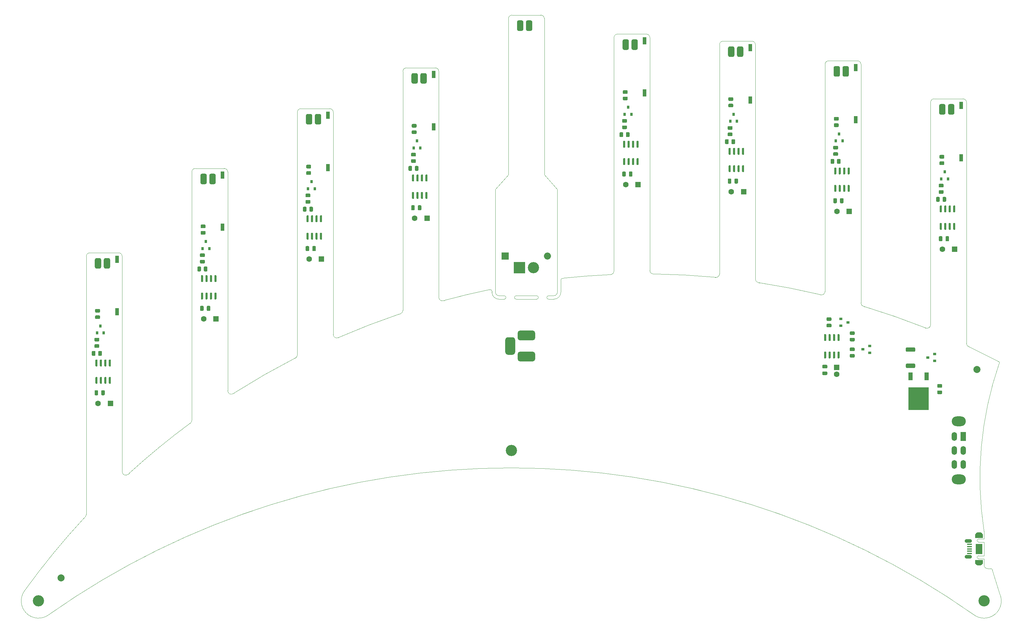
<source format=gbr>
%TF.GenerationSoftware,KiCad,Pcbnew,5.1.10-88a1d61d58~90~ubuntu20.04.1*%
%TF.CreationDate,2021-11-19T20:23:52-08:00*%
%TF.ProjectId,menorah555a,6d656e6f-7261-4683-9535-35612e6b6963,A*%
%TF.SameCoordinates,Original*%
%TF.FileFunction,Soldermask,Top*%
%TF.FilePolarity,Negative*%
%FSLAX46Y46*%
G04 Gerber Fmt 4.6, Leading zero omitted, Abs format (unit mm)*
G04 Created by KiCad (PCBNEW 5.1.10-88a1d61d58~90~ubuntu20.04.1) date 2021-11-19 20:23:52*
%MOMM*%
%LPD*%
G01*
G04 APERTURE LIST*
%TA.AperFunction,Profile*%
%ADD10C,0.050000*%
%TD*%
%ADD11C,0.010000*%
%ADD12O,2.000000X2.000000*%
%ADD13R,2.000000X2.000000*%
%ADD14R,5.800000X6.400000*%
%ADD15R,1.200000X2.200000*%
%ADD16C,3.200000*%
%ADD17R,0.800000X0.900000*%
%ADD18R,1.140000X2.030000*%
%ADD19R,1.600000X1.600000*%
%ADD20C,1.600000*%
%ADD21O,4.000000X2.800000*%
%ADD22O,1.500000X2.500000*%
%ADD23R,1.500000X2.500000*%
%ADD24R,0.900000X0.800000*%
%ADD25O,3.200000X3.200000*%
%ADD26R,3.200000X3.200000*%
%ADD27R,1.350000X0.400000*%
%ADD28R,1.900000X2.900000*%
%ADD29O,1.900000X0.950000*%
%ADD30O,2.100000X1.050000*%
%ADD31C,2.000000*%
G04 APERTURE END LIST*
D10*
X197600000Y-133200000D02*
X203400000Y-133200000D01*
X197600000Y-134200000D02*
X203400000Y-134200000D01*
X192700000Y-134200000D02*
X194200000Y-134200000D01*
X206800000Y-134200000D02*
X208300000Y-134200000D01*
X192700000Y-133200000D02*
X194200000Y-133200000D01*
X197600000Y-134200000D02*
G75*
G02*
X197600000Y-133200000I0J500000D01*
G01*
X203400000Y-133200000D02*
G75*
G02*
X203400000Y-134200000I0J-500000D01*
G01*
X206800000Y-134200000D02*
G75*
G02*
X206800000Y-133200000I0J500000D01*
G01*
X194200000Y-133200000D02*
G75*
G02*
X194200000Y-134200000I0J-500000D01*
G01*
X330600000Y-208000000D02*
X330600000Y-209800000D01*
X330600000Y-203250000D02*
X330600000Y-207149000D01*
X329030000Y-203249000D02*
G75*
G02*
X329030000Y-202399000I0J425000D01*
G01*
X329030000Y-203249000D02*
X330600000Y-203249000D01*
X329030000Y-202399000D02*
X330600000Y-202399000D01*
X329030000Y-207999000D02*
G75*
G02*
X329030000Y-207149000I0J425000D01*
G01*
X329030000Y-207149000D02*
X330600000Y-207149000D01*
X329030000Y-207999000D02*
X330600000Y-207999000D01*
X334473216Y-151784307D02*
X334841394Y-151986459D01*
X326209269Y-147680505D02*
X326340000Y-147740000D01*
X334473217Y-151784307D02*
G75*
G03*
X326340000Y-147740000I-100603217J-192115693D01*
G01*
X313693401Y-142252243D02*
X313977382Y-142376308D01*
X296341181Y-136225926D02*
X296540000Y-136280000D01*
X313693401Y-142252243D02*
G75*
G03*
X296540000Y-136280000I-79823401J-201647757D01*
G01*
X283817199Y-132845881D02*
X284141181Y-132935926D01*
X266392088Y-129478148D02*
X266730000Y-129520000D01*
X283817199Y-132845881D02*
G75*
G03*
X266730000Y-129520000I-49947199J-211054119D01*
G01*
X253945960Y-127939407D02*
X254312844Y-127986195D01*
X236634899Y-127029391D02*
X236940000Y-127030000D01*
X253945960Y-127939408D02*
G75*
G03*
X236940000Y-127030000I-20075960J-215960592D01*
G01*
X224310641Y-127212249D02*
X224573648Y-127204808D01*
X211100000Y-128200000D02*
X210713176Y-128247596D01*
X224310641Y-127212249D02*
G75*
G03*
X211100000Y-128200000I9559359J-216687751D01*
G01*
X210713176Y-128247596D02*
G75*
G03*
X210300000Y-128740000I86824J-492404D01*
G01*
X189818328Y-131513618D02*
X190070590Y-131457037D01*
X190070590Y-131457037D02*
G75*
G02*
X190700000Y-131940000I129410J-482963D01*
G01*
X177300000Y-134500000D02*
X176925568Y-134605519D01*
X189818328Y-131513619D02*
G75*
G03*
X177300000Y-134500000I44051672J-212386381D01*
G01*
X147100000Y-145100000D02*
X147022618Y-145136308D01*
X164658819Y-138335926D02*
X164398003Y-138414929D01*
X164398003Y-138414928D02*
G75*
G03*
X147100000Y-145100000I69471997J-205485072D01*
G01*
X117400000Y-160900000D02*
X117229320Y-161007146D01*
X134929919Y-150858048D02*
X134801847Y-150922131D01*
X134801848Y-150922131D02*
G75*
G03*
X117400000Y-160900000I99088152J-192977869D01*
G01*
X104841866Y-169519312D02*
X104929919Y-169458048D01*
X75069131Y-196113145D02*
X74841689Y-196355905D01*
X87600000Y-183700000D02*
X87294658Y-183979340D01*
X313977382Y-142376308D02*
G75*
G03*
X315400000Y-141470000I422618J906308D01*
G01*
X284141181Y-132935926D02*
G75*
G03*
X285400000Y-131970000I258819J965926D01*
G01*
X254312844Y-127986195D02*
G75*
G03*
X255400000Y-126990000I87156J996195D01*
G01*
X224573648Y-127204808D02*
G75*
G03*
X225400000Y-126220000I-173648J984808D01*
G01*
X164658819Y-138335926D02*
G75*
G03*
X165400000Y-137370000I-258819J965926D01*
G01*
X134929919Y-150858048D02*
G75*
G03*
X135400000Y-150010000I-529919J848048D01*
G01*
X326209269Y-147680505D02*
G75*
G02*
X325600000Y-146760000I390731J920505D01*
G01*
X296341181Y-136225926D02*
G75*
G02*
X295600000Y-135260000I258819J965926D01*
G01*
X266392088Y-129478148D02*
G75*
G02*
X265600000Y-128500000I207912J978148D01*
G01*
X236634899Y-127029391D02*
G75*
G02*
X235600000Y-126030000I-34899J999391D01*
G01*
X176925568Y-134605519D02*
G75*
G02*
X175600000Y-133660000I-325568J945519D01*
G01*
X147022618Y-145136308D02*
G75*
G02*
X145600000Y-144230000I-422618J906308D01*
G01*
X117229320Y-161007146D02*
G75*
G02*
X115600000Y-160230000I-629320J777146D01*
G01*
X104929919Y-169458048D02*
G75*
G03*
X105400000Y-168610000I-529919J848048D01*
G01*
X87294658Y-183979340D02*
G75*
G02*
X85600000Y-183260000I-694658J719340D01*
G01*
X75069131Y-196113145D02*
G75*
G03*
X75400000Y-195370000I-669131J743145D01*
G01*
X74841689Y-196355905D02*
G75*
G03*
X57824000Y-217136000I158968311J-147544095D01*
G01*
X210300000Y-132200000D02*
X210300000Y-128740000D01*
X190700000Y-132200000D02*
X190700000Y-131940000D01*
X210300000Y-132200000D02*
G75*
G02*
X208300000Y-134200000I-2000000J0D01*
G01*
X192700000Y-134200000D02*
G75*
G02*
X190700000Y-132200000I0J2000000D01*
G01*
X209300000Y-132200000D02*
G75*
G02*
X208300000Y-133200000I-1000000J0D01*
G01*
X192700000Y-133200000D02*
G75*
G02*
X191700000Y-132200000I0J1000000D01*
G01*
X330600000Y-209800000D02*
G75*
G03*
X331600000Y-210800000I1000000J0D01*
G01*
X332889778Y-211022354D02*
X332963500Y-211270827D01*
X332889778Y-211022354D02*
G75*
G03*
X332600000Y-210800000I-289778J-77646D01*
G01*
X331600000Y-210800000D02*
X332600000Y-210800000D01*
X332963500Y-211270827D02*
G75*
G03*
X335030000Y-217906000I96036500J26270827D01*
G01*
X334963541Y-152291394D02*
X334868155Y-152553185D01*
X330600000Y-202399000D02*
X330600000Y-200200000D01*
X334963541Y-152291394D02*
G75*
G03*
X334841394Y-151986459I-213541J91394D01*
G01*
X327511852Y-223813089D02*
X327603497Y-223876946D01*
X64764915Y-223901327D02*
X64850309Y-223837228D01*
X64764915Y-223901326D02*
G75*
G02*
X57824000Y-217136000I-2964915J3901326D01*
G01*
X327603497Y-223876946D02*
G75*
G03*
X335030000Y-217906000I2996503J3876946D01*
G01*
X334868155Y-152553185D02*
G75*
G03*
X330600000Y-200200000I94131845J-32446815D01*
G01*
X104841866Y-169519312D02*
G75*
G03*
X87600000Y-183700000I128968134J-174380688D01*
G01*
X327511852Y-223813090D02*
G75*
G03*
X64850000Y-223840000I-131311852J-186186910D01*
G01*
X285400000Y-67400000D02*
G75*
G02*
X286400000Y-66400000I1000000J0D01*
G01*
X325600000Y-78200000D02*
X325600000Y-146760000D01*
X235600000Y-59800000D02*
X235600000Y-126030000D01*
X234600000Y-58800000D02*
G75*
G02*
X235600000Y-59800000I0J-1000000D01*
G01*
X226400000Y-58800000D02*
X234600000Y-58800000D01*
X225400000Y-59800000D02*
G75*
G02*
X226400000Y-58800000I1000000J0D01*
G01*
X225400000Y-126220000D02*
X225400000Y-59800000D01*
X286400000Y-66400000D02*
X294600000Y-66400000D01*
X315400000Y-78200000D02*
G75*
G02*
X316400000Y-77200000I1000000J0D01*
G01*
X315400000Y-141470000D02*
X315400000Y-78200000D01*
X264600000Y-60800000D02*
G75*
G02*
X265600000Y-61800000I0J-1000000D01*
G01*
X316400000Y-77200000D02*
X324600000Y-77200000D01*
X265600000Y-61800000D02*
X265600000Y-128500000D01*
X295600000Y-67400000D02*
X295600000Y-135260000D01*
X324600000Y-77200000D02*
G75*
G02*
X325600000Y-78200000I0J-1000000D01*
G01*
X255400000Y-126990000D02*
X255400000Y-61800000D01*
X285400000Y-131970000D02*
X285400000Y-67400000D01*
X256400000Y-60800000D02*
X264600000Y-60800000D01*
X294600000Y-66400000D02*
G75*
G02*
X295600000Y-67400000I0J-1000000D01*
G01*
X255400000Y-61800000D02*
G75*
G02*
X256400000Y-60800000I1000000J0D01*
G01*
X165400000Y-69400000D02*
G75*
G02*
X166400000Y-68400000I1000000J0D01*
G01*
X166400000Y-68400000D02*
X174600000Y-68400000D01*
X175600000Y-69400000D02*
X175600000Y-133660000D01*
X165400000Y-137370000D02*
X165400000Y-69400000D01*
X174600000Y-68400000D02*
G75*
G02*
X175600000Y-69400000I0J-1000000D01*
G01*
X145600000Y-81000000D02*
X145600000Y-144230000D01*
X144600000Y-80000000D02*
G75*
G02*
X145600000Y-81000000I0J-1000000D01*
G01*
X136400000Y-80000000D02*
X144600000Y-80000000D01*
X135400000Y-81000000D02*
G75*
G02*
X136400000Y-80000000I1000000J0D01*
G01*
X135400000Y-150010000D02*
X135400000Y-81000000D01*
X115600000Y-98000000D02*
X115600000Y-160230000D01*
X114600000Y-97000000D02*
G75*
G02*
X115600000Y-98000000I0J-1000000D01*
G01*
X106400000Y-97000000D02*
X114600000Y-97000000D01*
X105400000Y-98000000D02*
G75*
G02*
X106400000Y-97000000I1000000J0D01*
G01*
X105400000Y-168610000D02*
X105400000Y-98000000D01*
X205600000Y-98800000D02*
X209300000Y-103000000D01*
X205600000Y-54400000D02*
X205600000Y-98800000D01*
X195400000Y-98800000D02*
X191700000Y-103000000D01*
X195400000Y-54400000D02*
X195400000Y-98800000D01*
X204600000Y-53400000D02*
G75*
G02*
X205600000Y-54400000I0J-1000000D01*
G01*
X196400000Y-53400000D02*
X204600000Y-53400000D01*
X195400000Y-54400000D02*
G75*
G02*
X196400000Y-53400000I1000000J0D01*
G01*
X209300000Y-103000000D02*
X209300000Y-132200000D01*
X206800000Y-133200000D02*
X208300000Y-133200000D01*
X191700000Y-103000000D02*
X191700000Y-132200000D01*
X84600000Y-121000000D02*
G75*
G02*
X85600000Y-122000000I0J-1000000D01*
G01*
X75400000Y-122000000D02*
G75*
G02*
X76400000Y-121000000I1000000J0D01*
G01*
X75400000Y-195370000D02*
X75400000Y-122000000D01*
X85600000Y-122000000D02*
X85600000Y-183260000D01*
X76400000Y-121000000D02*
X84600000Y-121000000D01*
D11*
%TO.C,J1*%
G36*
X328100000Y-201994530D02*
G01*
X328100000Y-201025000D01*
X330201790Y-201025000D01*
X330201790Y-201994530D01*
X328100000Y-201994530D01*
G37*
X328100000Y-201994530D02*
X328100000Y-201025000D01*
X330201790Y-201025000D01*
X330201790Y-201994530D01*
X328100000Y-201994530D01*
G36*
X328100000Y-209375100D02*
G01*
X328100000Y-208400000D01*
X330200030Y-208400000D01*
X330200030Y-209375100D01*
X328100000Y-209375100D01*
G37*
X328100000Y-209375100D02*
X328100000Y-208400000D01*
X330200030Y-208400000D01*
X330200030Y-209375100D01*
X328100000Y-209375100D01*
%TD*%
D12*
%TO.C,C19*%
X206500000Y-121900000D03*
D13*
X194500000Y-121900000D03*
%TD*%
D14*
%TO.C,Q10*%
X311980000Y-162460000D03*
D15*
X309700000Y-156160000D03*
X314260000Y-156160000D03*
%TD*%
%TO.C,R26*%
G36*
G01*
X292669998Y-145170000D02*
X293570002Y-145170000D01*
G75*
G02*
X293820000Y-145419998I0J-249998D01*
G01*
X293820000Y-145945002D01*
G75*
G02*
X293570002Y-146195000I-249998J0D01*
G01*
X292669998Y-146195000D01*
G75*
G02*
X292420000Y-145945002I0J249998D01*
G01*
X292420000Y-145419998D01*
G75*
G02*
X292669998Y-145170000I249998J0D01*
G01*
G37*
G36*
G01*
X292669998Y-143345000D02*
X293570002Y-143345000D01*
G75*
G02*
X293820000Y-143594998I0J-249998D01*
G01*
X293820000Y-144120002D01*
G75*
G02*
X293570002Y-144370000I-249998J0D01*
G01*
X292669998Y-144370000D01*
G75*
G02*
X292420000Y-144120002I0J249998D01*
G01*
X292420000Y-143594998D01*
G75*
G02*
X292669998Y-143345000I249998J0D01*
G01*
G37*
%TD*%
D16*
%TO.C,H3*%
X330600000Y-220000000D03*
%TD*%
%TO.C,H2*%
X196200000Y-177200000D03*
%TD*%
%TO.C,H1*%
X61800000Y-220000000D03*
%TD*%
%TO.C,LED6*%
G36*
G01*
X232170000Y-60750000D02*
X232170000Y-62850000D01*
G75*
G02*
X231720000Y-63300000I-450000J0D01*
G01*
X230820000Y-63300000D01*
G75*
G02*
X230370000Y-62850000I0J450000D01*
G01*
X230370000Y-60750000D01*
G75*
G02*
X230820000Y-60300000I450000J0D01*
G01*
X231720000Y-60300000D01*
G75*
G02*
X232170000Y-60750000I0J-450000D01*
G01*
G37*
G36*
G01*
X229630000Y-60750000D02*
X229630000Y-62850000D01*
G75*
G02*
X229180000Y-63300000I-450000J0D01*
G01*
X228280000Y-63300000D01*
G75*
G02*
X227830000Y-62850000I0J450000D01*
G01*
X227830000Y-60750000D01*
G75*
G02*
X228280000Y-60300000I450000J0D01*
G01*
X229180000Y-60300000D01*
G75*
G02*
X229630000Y-60750000I0J-450000D01*
G01*
G37*
%TD*%
%TO.C,C6*%
G36*
G01*
X259650000Y-101075000D02*
X259650000Y-100125000D01*
G75*
G02*
X259900000Y-99875000I250000J0D01*
G01*
X260400000Y-99875000D01*
G75*
G02*
X260650000Y-100125000I0J-250000D01*
G01*
X260650000Y-101075000D01*
G75*
G02*
X260400000Y-101325000I-250000J0D01*
G01*
X259900000Y-101325000D01*
G75*
G02*
X259650000Y-101075000I0J250000D01*
G01*
G37*
G36*
G01*
X257750000Y-101075000D02*
X257750000Y-100125000D01*
G75*
G02*
X258000000Y-99875000I250000J0D01*
G01*
X258500000Y-99875000D01*
G75*
G02*
X258750000Y-100125000I0J-250000D01*
G01*
X258750000Y-101075000D01*
G75*
G02*
X258500000Y-101325000I-250000J0D01*
G01*
X258000000Y-101325000D01*
G75*
G02*
X257750000Y-101075000I0J250000D01*
G01*
G37*
%TD*%
%TO.C,R5*%
G36*
G01*
X228149998Y-74775000D02*
X229050002Y-74775000D01*
G75*
G02*
X229300000Y-75024998I0J-249998D01*
G01*
X229300000Y-75550002D01*
G75*
G02*
X229050002Y-75800000I-249998J0D01*
G01*
X228149998Y-75800000D01*
G75*
G02*
X227900000Y-75550002I0J249998D01*
G01*
X227900000Y-75024998D01*
G75*
G02*
X228149998Y-74775000I249998J0D01*
G01*
G37*
G36*
G01*
X228149998Y-76600000D02*
X229050002Y-76600000D01*
G75*
G02*
X229300000Y-76849998I0J-249998D01*
G01*
X229300000Y-77375002D01*
G75*
G02*
X229050002Y-77625000I-249998J0D01*
G01*
X228149998Y-77625000D01*
G75*
G02*
X227900000Y-77375002I0J249998D01*
G01*
X227900000Y-76849998D01*
G75*
G02*
X228149998Y-76600000I249998J0D01*
G01*
G37*
%TD*%
D17*
%TO.C,Q8*%
X318450000Y-100000000D03*
X320350000Y-100000000D03*
X319400000Y-98000000D03*
%TD*%
%TO.C,R8*%
G36*
G01*
X318149998Y-93175000D02*
X319050002Y-93175000D01*
G75*
G02*
X319300000Y-93424998I0J-249998D01*
G01*
X319300000Y-93950002D01*
G75*
G02*
X319050002Y-94200000I-249998J0D01*
G01*
X318149998Y-94200000D01*
G75*
G02*
X317900000Y-93950002I0J249998D01*
G01*
X317900000Y-93424998D01*
G75*
G02*
X318149998Y-93175000I249998J0D01*
G01*
G37*
G36*
G01*
X318149998Y-95000000D02*
X319050002Y-95000000D01*
G75*
G02*
X319300000Y-95249998I0J-249998D01*
G01*
X319300000Y-95775002D01*
G75*
G02*
X319050002Y-96025000I-249998J0D01*
G01*
X318149998Y-96025000D01*
G75*
G02*
X317900000Y-95775002I0J249998D01*
G01*
X317900000Y-95249998D01*
G75*
G02*
X318149998Y-95000000I249998J0D01*
G01*
G37*
%TD*%
D18*
%TO.C,SW8*%
X324100000Y-93955000D03*
X324100000Y-79095000D03*
%TD*%
%TO.C,R6*%
G36*
G01*
X258149998Y-78600000D02*
X259050002Y-78600000D01*
G75*
G02*
X259300000Y-78849998I0J-249998D01*
G01*
X259300000Y-79375002D01*
G75*
G02*
X259050002Y-79625000I-249998J0D01*
G01*
X258149998Y-79625000D01*
G75*
G02*
X257900000Y-79375002I0J249998D01*
G01*
X257900000Y-78849998D01*
G75*
G02*
X258149998Y-78600000I249998J0D01*
G01*
G37*
G36*
G01*
X258149998Y-76775000D02*
X259050002Y-76775000D01*
G75*
G02*
X259300000Y-77024998I0J-249998D01*
G01*
X259300000Y-77550002D01*
G75*
G02*
X259050002Y-77800000I-249998J0D01*
G01*
X258149998Y-77800000D01*
G75*
G02*
X257900000Y-77550002I0J249998D01*
G01*
X257900000Y-77024998D01*
G75*
G02*
X258149998Y-76775000I249998J0D01*
G01*
G37*
%TD*%
%TO.C,R15*%
G36*
G01*
X288850002Y-91600000D02*
X287949998Y-91600000D01*
G75*
G02*
X287700000Y-91350002I0J249998D01*
G01*
X287700000Y-90824998D01*
G75*
G02*
X287949998Y-90575000I249998J0D01*
G01*
X288850002Y-90575000D01*
G75*
G02*
X289100000Y-90824998I0J-249998D01*
G01*
X289100000Y-91350002D01*
G75*
G02*
X288850002Y-91600000I-249998J0D01*
G01*
G37*
G36*
G01*
X288850002Y-93425000D02*
X287949998Y-93425000D01*
G75*
G02*
X287700000Y-93175002I0J249998D01*
G01*
X287700000Y-92649998D01*
G75*
G02*
X287949998Y-92400000I249998J0D01*
G01*
X288850002Y-92400000D01*
G75*
G02*
X289100000Y-92649998I0J-249998D01*
G01*
X289100000Y-93175002D01*
G75*
G02*
X288850002Y-93425000I-249998J0D01*
G01*
G37*
%TD*%
%TO.C,LED9*%
G36*
G01*
X322170000Y-79150000D02*
X322170000Y-81250000D01*
G75*
G02*
X321720000Y-81700000I-450000J0D01*
G01*
X320820000Y-81700000D01*
G75*
G02*
X320370000Y-81250000I0J450000D01*
G01*
X320370000Y-79150000D01*
G75*
G02*
X320820000Y-78700000I450000J0D01*
G01*
X321720000Y-78700000D01*
G75*
G02*
X322170000Y-79150000I0J-450000D01*
G01*
G37*
G36*
G01*
X319630000Y-79150000D02*
X319630000Y-81250000D01*
G75*
G02*
X319180000Y-81700000I-450000J0D01*
G01*
X318280000Y-81700000D01*
G75*
G02*
X317830000Y-81250000I0J450000D01*
G01*
X317830000Y-79150000D01*
G75*
G02*
X318280000Y-78700000I450000J0D01*
G01*
X319180000Y-78700000D01*
G75*
G02*
X319630000Y-79150000I0J-450000D01*
G01*
G37*
%TD*%
%TO.C,U8*%
G36*
G01*
X321955000Y-107550000D02*
X322255000Y-107550000D01*
G75*
G02*
X322405000Y-107700000I0J-150000D01*
G01*
X322405000Y-109350000D01*
G75*
G02*
X322255000Y-109500000I-150000J0D01*
G01*
X321955000Y-109500000D01*
G75*
G02*
X321805000Y-109350000I0J150000D01*
G01*
X321805000Y-107700000D01*
G75*
G02*
X321955000Y-107550000I150000J0D01*
G01*
G37*
G36*
G01*
X320685000Y-107550000D02*
X320985000Y-107550000D01*
G75*
G02*
X321135000Y-107700000I0J-150000D01*
G01*
X321135000Y-109350000D01*
G75*
G02*
X320985000Y-109500000I-150000J0D01*
G01*
X320685000Y-109500000D01*
G75*
G02*
X320535000Y-109350000I0J150000D01*
G01*
X320535000Y-107700000D01*
G75*
G02*
X320685000Y-107550000I150000J0D01*
G01*
G37*
G36*
G01*
X319415000Y-107550000D02*
X319715000Y-107550000D01*
G75*
G02*
X319865000Y-107700000I0J-150000D01*
G01*
X319865000Y-109350000D01*
G75*
G02*
X319715000Y-109500000I-150000J0D01*
G01*
X319415000Y-109500000D01*
G75*
G02*
X319265000Y-109350000I0J150000D01*
G01*
X319265000Y-107700000D01*
G75*
G02*
X319415000Y-107550000I150000J0D01*
G01*
G37*
G36*
G01*
X318145000Y-107550000D02*
X318445000Y-107550000D01*
G75*
G02*
X318595000Y-107700000I0J-150000D01*
G01*
X318595000Y-109350000D01*
G75*
G02*
X318445000Y-109500000I-150000J0D01*
G01*
X318145000Y-109500000D01*
G75*
G02*
X317995000Y-109350000I0J150000D01*
G01*
X317995000Y-107700000D01*
G75*
G02*
X318145000Y-107550000I150000J0D01*
G01*
G37*
G36*
G01*
X318145000Y-112500000D02*
X318445000Y-112500000D01*
G75*
G02*
X318595000Y-112650000I0J-150000D01*
G01*
X318595000Y-114300000D01*
G75*
G02*
X318445000Y-114450000I-150000J0D01*
G01*
X318145000Y-114450000D01*
G75*
G02*
X317995000Y-114300000I0J150000D01*
G01*
X317995000Y-112650000D01*
G75*
G02*
X318145000Y-112500000I150000J0D01*
G01*
G37*
G36*
G01*
X319415000Y-112500000D02*
X319715000Y-112500000D01*
G75*
G02*
X319865000Y-112650000I0J-150000D01*
G01*
X319865000Y-114300000D01*
G75*
G02*
X319715000Y-114450000I-150000J0D01*
G01*
X319415000Y-114450000D01*
G75*
G02*
X319265000Y-114300000I0J150000D01*
G01*
X319265000Y-112650000D01*
G75*
G02*
X319415000Y-112500000I150000J0D01*
G01*
G37*
G36*
G01*
X320685000Y-112500000D02*
X320985000Y-112500000D01*
G75*
G02*
X321135000Y-112650000I0J-150000D01*
G01*
X321135000Y-114300000D01*
G75*
G02*
X320985000Y-114450000I-150000J0D01*
G01*
X320685000Y-114450000D01*
G75*
G02*
X320535000Y-114300000I0J150000D01*
G01*
X320535000Y-112650000D01*
G75*
G02*
X320685000Y-112500000I150000J0D01*
G01*
G37*
G36*
G01*
X321955000Y-112500000D02*
X322255000Y-112500000D01*
G75*
G02*
X322405000Y-112650000I0J-150000D01*
G01*
X322405000Y-114300000D01*
G75*
G02*
X322255000Y-114450000I-150000J0D01*
G01*
X321955000Y-114450000D01*
G75*
G02*
X321805000Y-114300000I0J150000D01*
G01*
X321805000Y-112650000D01*
G75*
G02*
X321955000Y-112500000I150000J0D01*
G01*
G37*
%TD*%
%TO.C,SW7*%
X294100000Y-68295000D03*
X294100000Y-83155000D03*
%TD*%
%TO.C,U7*%
G36*
G01*
X291955000Y-101700000D02*
X292255000Y-101700000D01*
G75*
G02*
X292405000Y-101850000I0J-150000D01*
G01*
X292405000Y-103500000D01*
G75*
G02*
X292255000Y-103650000I-150000J0D01*
G01*
X291955000Y-103650000D01*
G75*
G02*
X291805000Y-103500000I0J150000D01*
G01*
X291805000Y-101850000D01*
G75*
G02*
X291955000Y-101700000I150000J0D01*
G01*
G37*
G36*
G01*
X290685000Y-101700000D02*
X290985000Y-101700000D01*
G75*
G02*
X291135000Y-101850000I0J-150000D01*
G01*
X291135000Y-103500000D01*
G75*
G02*
X290985000Y-103650000I-150000J0D01*
G01*
X290685000Y-103650000D01*
G75*
G02*
X290535000Y-103500000I0J150000D01*
G01*
X290535000Y-101850000D01*
G75*
G02*
X290685000Y-101700000I150000J0D01*
G01*
G37*
G36*
G01*
X289415000Y-101700000D02*
X289715000Y-101700000D01*
G75*
G02*
X289865000Y-101850000I0J-150000D01*
G01*
X289865000Y-103500000D01*
G75*
G02*
X289715000Y-103650000I-150000J0D01*
G01*
X289415000Y-103650000D01*
G75*
G02*
X289265000Y-103500000I0J150000D01*
G01*
X289265000Y-101850000D01*
G75*
G02*
X289415000Y-101700000I150000J0D01*
G01*
G37*
G36*
G01*
X288145000Y-101700000D02*
X288445000Y-101700000D01*
G75*
G02*
X288595000Y-101850000I0J-150000D01*
G01*
X288595000Y-103500000D01*
G75*
G02*
X288445000Y-103650000I-150000J0D01*
G01*
X288145000Y-103650000D01*
G75*
G02*
X287995000Y-103500000I0J150000D01*
G01*
X287995000Y-101850000D01*
G75*
G02*
X288145000Y-101700000I150000J0D01*
G01*
G37*
G36*
G01*
X288145000Y-96750000D02*
X288445000Y-96750000D01*
G75*
G02*
X288595000Y-96900000I0J-150000D01*
G01*
X288595000Y-98550000D01*
G75*
G02*
X288445000Y-98700000I-150000J0D01*
G01*
X288145000Y-98700000D01*
G75*
G02*
X287995000Y-98550000I0J150000D01*
G01*
X287995000Y-96900000D01*
G75*
G02*
X288145000Y-96750000I150000J0D01*
G01*
G37*
G36*
G01*
X289415000Y-96750000D02*
X289715000Y-96750000D01*
G75*
G02*
X289865000Y-96900000I0J-150000D01*
G01*
X289865000Y-98550000D01*
G75*
G02*
X289715000Y-98700000I-150000J0D01*
G01*
X289415000Y-98700000D01*
G75*
G02*
X289265000Y-98550000I0J150000D01*
G01*
X289265000Y-96900000D01*
G75*
G02*
X289415000Y-96750000I150000J0D01*
G01*
G37*
G36*
G01*
X290685000Y-96750000D02*
X290985000Y-96750000D01*
G75*
G02*
X291135000Y-96900000I0J-150000D01*
G01*
X291135000Y-98550000D01*
G75*
G02*
X290985000Y-98700000I-150000J0D01*
G01*
X290685000Y-98700000D01*
G75*
G02*
X290535000Y-98550000I0J150000D01*
G01*
X290535000Y-96900000D01*
G75*
G02*
X290685000Y-96750000I150000J0D01*
G01*
G37*
G36*
G01*
X291955000Y-96750000D02*
X292255000Y-96750000D01*
G75*
G02*
X292405000Y-96900000I0J-150000D01*
G01*
X292405000Y-98550000D01*
G75*
G02*
X292255000Y-98700000I-150000J0D01*
G01*
X291955000Y-98700000D01*
G75*
G02*
X291805000Y-98550000I0J150000D01*
G01*
X291805000Y-96900000D01*
G75*
G02*
X291955000Y-96750000I150000J0D01*
G01*
G37*
%TD*%
%TO.C,R21*%
G36*
G01*
X229825000Y-86949998D02*
X229825000Y-87850002D01*
G75*
G02*
X229575002Y-88100000I-249998J0D01*
G01*
X229049998Y-88100000D01*
G75*
G02*
X228800000Y-87850002I0J249998D01*
G01*
X228800000Y-86949998D01*
G75*
G02*
X229049998Y-86700000I249998J0D01*
G01*
X229575002Y-86700000D01*
G75*
G02*
X229825000Y-86949998I0J-249998D01*
G01*
G37*
G36*
G01*
X228000000Y-86949998D02*
X228000000Y-87850002D01*
G75*
G02*
X227750002Y-88100000I-249998J0D01*
G01*
X227224998Y-88100000D01*
G75*
G02*
X226975000Y-87850002I0J249998D01*
G01*
X226975000Y-86949998D01*
G75*
G02*
X227224998Y-86700000I249998J0D01*
G01*
X227750002Y-86700000D01*
G75*
G02*
X228000000Y-86949998I0J-249998D01*
G01*
G37*
%TD*%
%TO.C,C5*%
G36*
G01*
X227750000Y-99075000D02*
X227750000Y-98125000D01*
G75*
G02*
X228000000Y-97875000I250000J0D01*
G01*
X228500000Y-97875000D01*
G75*
G02*
X228750000Y-98125000I0J-250000D01*
G01*
X228750000Y-99075000D01*
G75*
G02*
X228500000Y-99325000I-250000J0D01*
G01*
X228000000Y-99325000D01*
G75*
G02*
X227750000Y-99075000I0J250000D01*
G01*
G37*
G36*
G01*
X229650000Y-99075000D02*
X229650000Y-98125000D01*
G75*
G02*
X229900000Y-97875000I250000J0D01*
G01*
X230400000Y-97875000D01*
G75*
G02*
X230650000Y-98125000I0J-250000D01*
G01*
X230650000Y-99075000D01*
G75*
G02*
X230400000Y-99325000I-250000J0D01*
G01*
X229900000Y-99325000D01*
G75*
G02*
X229650000Y-99075000I0J250000D01*
G01*
G37*
%TD*%
D17*
%TO.C,Q6*%
X259400000Y-81600000D03*
X260350000Y-83600000D03*
X258450000Y-83600000D03*
%TD*%
%TO.C,C8*%
G36*
G01*
X317750000Y-117475000D02*
X317750000Y-116525000D01*
G75*
G02*
X318000000Y-116275000I250000J0D01*
G01*
X318500000Y-116275000D01*
G75*
G02*
X318750000Y-116525000I0J-250000D01*
G01*
X318750000Y-117475000D01*
G75*
G02*
X318500000Y-117725000I-250000J0D01*
G01*
X318000000Y-117725000D01*
G75*
G02*
X317750000Y-117475000I0J250000D01*
G01*
G37*
G36*
G01*
X319650000Y-117475000D02*
X319650000Y-116525000D01*
G75*
G02*
X319900000Y-116275000I250000J0D01*
G01*
X320400000Y-116275000D01*
G75*
G02*
X320650000Y-116525000I0J-250000D01*
G01*
X320650000Y-117475000D01*
G75*
G02*
X320400000Y-117725000I-250000J0D01*
G01*
X319900000Y-117725000D01*
G75*
G02*
X319650000Y-117475000I0J250000D01*
G01*
G37*
%TD*%
%TO.C,LED7*%
G36*
G01*
X259630000Y-62750000D02*
X259630000Y-64850000D01*
G75*
G02*
X259180000Y-65300000I-450000J0D01*
G01*
X258280000Y-65300000D01*
G75*
G02*
X257830000Y-64850000I0J450000D01*
G01*
X257830000Y-62750000D01*
G75*
G02*
X258280000Y-62300000I450000J0D01*
G01*
X259180000Y-62300000D01*
G75*
G02*
X259630000Y-62750000I0J-450000D01*
G01*
G37*
G36*
G01*
X262170000Y-62750000D02*
X262170000Y-64850000D01*
G75*
G02*
X261720000Y-65300000I-450000J0D01*
G01*
X260820000Y-65300000D01*
G75*
G02*
X260370000Y-64850000I0J450000D01*
G01*
X260370000Y-62750000D01*
G75*
G02*
X260820000Y-62300000I450000J0D01*
G01*
X261720000Y-62300000D01*
G75*
G02*
X262170000Y-62750000I0J-450000D01*
G01*
G37*
%TD*%
%TO.C,R14*%
G36*
G01*
X258850002Y-86000000D02*
X257949998Y-86000000D01*
G75*
G02*
X257700000Y-85750002I0J249998D01*
G01*
X257700000Y-85224998D01*
G75*
G02*
X257949998Y-84975000I249998J0D01*
G01*
X258850002Y-84975000D01*
G75*
G02*
X259100000Y-85224998I0J-249998D01*
G01*
X259100000Y-85750002D01*
G75*
G02*
X258850002Y-86000000I-249998J0D01*
G01*
G37*
G36*
G01*
X258850002Y-87825000D02*
X257949998Y-87825000D01*
G75*
G02*
X257700000Y-87575002I0J249998D01*
G01*
X257700000Y-87049998D01*
G75*
G02*
X257949998Y-86800000I249998J0D01*
G01*
X258850002Y-86800000D01*
G75*
G02*
X259100000Y-87049998I0J-249998D01*
G01*
X259100000Y-87575002D01*
G75*
G02*
X258850002Y-87825000I-249998J0D01*
G01*
G37*
%TD*%
D18*
%TO.C,SW6*%
X264100000Y-62695000D03*
X264100000Y-77555000D03*
%TD*%
%TO.C,LED8*%
G36*
G01*
X289630000Y-68350000D02*
X289630000Y-70450000D01*
G75*
G02*
X289180000Y-70900000I-450000J0D01*
G01*
X288280000Y-70900000D01*
G75*
G02*
X287830000Y-70450000I0J450000D01*
G01*
X287830000Y-68350000D01*
G75*
G02*
X288280000Y-67900000I450000J0D01*
G01*
X289180000Y-67900000D01*
G75*
G02*
X289630000Y-68350000I0J-450000D01*
G01*
G37*
G36*
G01*
X292170000Y-68350000D02*
X292170000Y-70450000D01*
G75*
G02*
X291720000Y-70900000I-450000J0D01*
G01*
X290820000Y-70900000D01*
G75*
G02*
X290370000Y-70450000I0J450000D01*
G01*
X290370000Y-68350000D01*
G75*
G02*
X290820000Y-67900000I450000J0D01*
G01*
X291720000Y-67900000D01*
G75*
G02*
X292170000Y-68350000I0J-450000D01*
G01*
G37*
%TD*%
%TO.C,U5*%
G36*
G01*
X231955000Y-89150000D02*
X232255000Y-89150000D01*
G75*
G02*
X232405000Y-89300000I0J-150000D01*
G01*
X232405000Y-90950000D01*
G75*
G02*
X232255000Y-91100000I-150000J0D01*
G01*
X231955000Y-91100000D01*
G75*
G02*
X231805000Y-90950000I0J150000D01*
G01*
X231805000Y-89300000D01*
G75*
G02*
X231955000Y-89150000I150000J0D01*
G01*
G37*
G36*
G01*
X230685000Y-89150000D02*
X230985000Y-89150000D01*
G75*
G02*
X231135000Y-89300000I0J-150000D01*
G01*
X231135000Y-90950000D01*
G75*
G02*
X230985000Y-91100000I-150000J0D01*
G01*
X230685000Y-91100000D01*
G75*
G02*
X230535000Y-90950000I0J150000D01*
G01*
X230535000Y-89300000D01*
G75*
G02*
X230685000Y-89150000I150000J0D01*
G01*
G37*
G36*
G01*
X229415000Y-89150000D02*
X229715000Y-89150000D01*
G75*
G02*
X229865000Y-89300000I0J-150000D01*
G01*
X229865000Y-90950000D01*
G75*
G02*
X229715000Y-91100000I-150000J0D01*
G01*
X229415000Y-91100000D01*
G75*
G02*
X229265000Y-90950000I0J150000D01*
G01*
X229265000Y-89300000D01*
G75*
G02*
X229415000Y-89150000I150000J0D01*
G01*
G37*
G36*
G01*
X228145000Y-89150000D02*
X228445000Y-89150000D01*
G75*
G02*
X228595000Y-89300000I0J-150000D01*
G01*
X228595000Y-90950000D01*
G75*
G02*
X228445000Y-91100000I-150000J0D01*
G01*
X228145000Y-91100000D01*
G75*
G02*
X227995000Y-90950000I0J150000D01*
G01*
X227995000Y-89300000D01*
G75*
G02*
X228145000Y-89150000I150000J0D01*
G01*
G37*
G36*
G01*
X228145000Y-94100000D02*
X228445000Y-94100000D01*
G75*
G02*
X228595000Y-94250000I0J-150000D01*
G01*
X228595000Y-95900000D01*
G75*
G02*
X228445000Y-96050000I-150000J0D01*
G01*
X228145000Y-96050000D01*
G75*
G02*
X227995000Y-95900000I0J150000D01*
G01*
X227995000Y-94250000D01*
G75*
G02*
X228145000Y-94100000I150000J0D01*
G01*
G37*
G36*
G01*
X229415000Y-94100000D02*
X229715000Y-94100000D01*
G75*
G02*
X229865000Y-94250000I0J-150000D01*
G01*
X229865000Y-95900000D01*
G75*
G02*
X229715000Y-96050000I-150000J0D01*
G01*
X229415000Y-96050000D01*
G75*
G02*
X229265000Y-95900000I0J150000D01*
G01*
X229265000Y-94250000D01*
G75*
G02*
X229415000Y-94100000I150000J0D01*
G01*
G37*
G36*
G01*
X230685000Y-94100000D02*
X230985000Y-94100000D01*
G75*
G02*
X231135000Y-94250000I0J-150000D01*
G01*
X231135000Y-95900000D01*
G75*
G02*
X230985000Y-96050000I-150000J0D01*
G01*
X230685000Y-96050000D01*
G75*
G02*
X230535000Y-95900000I0J150000D01*
G01*
X230535000Y-94250000D01*
G75*
G02*
X230685000Y-94100000I150000J0D01*
G01*
G37*
G36*
G01*
X231955000Y-94100000D02*
X232255000Y-94100000D01*
G75*
G02*
X232405000Y-94250000I0J-150000D01*
G01*
X232405000Y-95900000D01*
G75*
G02*
X232255000Y-96050000I-150000J0D01*
G01*
X231955000Y-96050000D01*
G75*
G02*
X231805000Y-95900000I0J150000D01*
G01*
X231805000Y-94250000D01*
G75*
G02*
X231955000Y-94100000I150000J0D01*
G01*
G37*
%TD*%
D17*
%TO.C,Q5*%
X228450000Y-81600000D03*
X230350000Y-81600000D03*
X229400000Y-79600000D03*
%TD*%
%TO.C,R24*%
G36*
G01*
X319825000Y-105349998D02*
X319825000Y-106250002D01*
G75*
G02*
X319575002Y-106500000I-249998J0D01*
G01*
X319049998Y-106500000D01*
G75*
G02*
X318800000Y-106250002I0J249998D01*
G01*
X318800000Y-105349998D01*
G75*
G02*
X319049998Y-105100000I249998J0D01*
G01*
X319575002Y-105100000D01*
G75*
G02*
X319825000Y-105349998I0J-249998D01*
G01*
G37*
G36*
G01*
X318000000Y-105349998D02*
X318000000Y-106250002D01*
G75*
G02*
X317750002Y-106500000I-249998J0D01*
G01*
X317224998Y-106500000D01*
G75*
G02*
X316975000Y-106250002I0J249998D01*
G01*
X316975000Y-105349998D01*
G75*
G02*
X317224998Y-105100000I249998J0D01*
G01*
X317750002Y-105100000D01*
G75*
G02*
X318000000Y-105349998I0J-249998D01*
G01*
G37*
%TD*%
%TO.C,C7*%
G36*
G01*
X289650000Y-106675000D02*
X289650000Y-105725000D01*
G75*
G02*
X289900000Y-105475000I250000J0D01*
G01*
X290400000Y-105475000D01*
G75*
G02*
X290650000Y-105725000I0J-250000D01*
G01*
X290650000Y-106675000D01*
G75*
G02*
X290400000Y-106925000I-250000J0D01*
G01*
X289900000Y-106925000D01*
G75*
G02*
X289650000Y-106675000I0J250000D01*
G01*
G37*
G36*
G01*
X287750000Y-106675000D02*
X287750000Y-105725000D01*
G75*
G02*
X288000000Y-105475000I250000J0D01*
G01*
X288500000Y-105475000D01*
G75*
G02*
X288750000Y-105725000I0J-250000D01*
G01*
X288750000Y-106675000D01*
G75*
G02*
X288500000Y-106925000I-250000J0D01*
G01*
X288000000Y-106925000D01*
G75*
G02*
X287750000Y-106675000I0J250000D01*
G01*
G37*
%TD*%
D19*
%TO.C,C13*%
X232250000Y-101600000D03*
D20*
X228750000Y-101600000D03*
%TD*%
%TO.C,U6*%
G36*
G01*
X261955000Y-96100000D02*
X262255000Y-96100000D01*
G75*
G02*
X262405000Y-96250000I0J-150000D01*
G01*
X262405000Y-97900000D01*
G75*
G02*
X262255000Y-98050000I-150000J0D01*
G01*
X261955000Y-98050000D01*
G75*
G02*
X261805000Y-97900000I0J150000D01*
G01*
X261805000Y-96250000D01*
G75*
G02*
X261955000Y-96100000I150000J0D01*
G01*
G37*
G36*
G01*
X260685000Y-96100000D02*
X260985000Y-96100000D01*
G75*
G02*
X261135000Y-96250000I0J-150000D01*
G01*
X261135000Y-97900000D01*
G75*
G02*
X260985000Y-98050000I-150000J0D01*
G01*
X260685000Y-98050000D01*
G75*
G02*
X260535000Y-97900000I0J150000D01*
G01*
X260535000Y-96250000D01*
G75*
G02*
X260685000Y-96100000I150000J0D01*
G01*
G37*
G36*
G01*
X259415000Y-96100000D02*
X259715000Y-96100000D01*
G75*
G02*
X259865000Y-96250000I0J-150000D01*
G01*
X259865000Y-97900000D01*
G75*
G02*
X259715000Y-98050000I-150000J0D01*
G01*
X259415000Y-98050000D01*
G75*
G02*
X259265000Y-97900000I0J150000D01*
G01*
X259265000Y-96250000D01*
G75*
G02*
X259415000Y-96100000I150000J0D01*
G01*
G37*
G36*
G01*
X258145000Y-96100000D02*
X258445000Y-96100000D01*
G75*
G02*
X258595000Y-96250000I0J-150000D01*
G01*
X258595000Y-97900000D01*
G75*
G02*
X258445000Y-98050000I-150000J0D01*
G01*
X258145000Y-98050000D01*
G75*
G02*
X257995000Y-97900000I0J150000D01*
G01*
X257995000Y-96250000D01*
G75*
G02*
X258145000Y-96100000I150000J0D01*
G01*
G37*
G36*
G01*
X258145000Y-91150000D02*
X258445000Y-91150000D01*
G75*
G02*
X258595000Y-91300000I0J-150000D01*
G01*
X258595000Y-92950000D01*
G75*
G02*
X258445000Y-93100000I-150000J0D01*
G01*
X258145000Y-93100000D01*
G75*
G02*
X257995000Y-92950000I0J150000D01*
G01*
X257995000Y-91300000D01*
G75*
G02*
X258145000Y-91150000I150000J0D01*
G01*
G37*
G36*
G01*
X259415000Y-91150000D02*
X259715000Y-91150000D01*
G75*
G02*
X259865000Y-91300000I0J-150000D01*
G01*
X259865000Y-92950000D01*
G75*
G02*
X259715000Y-93100000I-150000J0D01*
G01*
X259415000Y-93100000D01*
G75*
G02*
X259265000Y-92950000I0J150000D01*
G01*
X259265000Y-91300000D01*
G75*
G02*
X259415000Y-91150000I150000J0D01*
G01*
G37*
G36*
G01*
X260685000Y-91150000D02*
X260985000Y-91150000D01*
G75*
G02*
X261135000Y-91300000I0J-150000D01*
G01*
X261135000Y-92950000D01*
G75*
G02*
X260985000Y-93100000I-150000J0D01*
G01*
X260685000Y-93100000D01*
G75*
G02*
X260535000Y-92950000I0J150000D01*
G01*
X260535000Y-91300000D01*
G75*
G02*
X260685000Y-91150000I150000J0D01*
G01*
G37*
G36*
G01*
X261955000Y-91150000D02*
X262255000Y-91150000D01*
G75*
G02*
X262405000Y-91300000I0J-150000D01*
G01*
X262405000Y-92950000D01*
G75*
G02*
X262255000Y-93100000I-150000J0D01*
G01*
X261955000Y-93100000D01*
G75*
G02*
X261805000Y-92950000I0J150000D01*
G01*
X261805000Y-91300000D01*
G75*
G02*
X261955000Y-91150000I150000J0D01*
G01*
G37*
%TD*%
%TO.C,R13*%
G36*
G01*
X228850002Y-85825000D02*
X227949998Y-85825000D01*
G75*
G02*
X227700000Y-85575002I0J249998D01*
G01*
X227700000Y-85049998D01*
G75*
G02*
X227949998Y-84800000I249998J0D01*
G01*
X228850002Y-84800000D01*
G75*
G02*
X229100000Y-85049998I0J-249998D01*
G01*
X229100000Y-85575002D01*
G75*
G02*
X228850002Y-85825000I-249998J0D01*
G01*
G37*
G36*
G01*
X228850002Y-84000000D02*
X227949998Y-84000000D01*
G75*
G02*
X227700000Y-83750002I0J249998D01*
G01*
X227700000Y-83224998D01*
G75*
G02*
X227949998Y-82975000I249998J0D01*
G01*
X228850002Y-82975000D01*
G75*
G02*
X229100000Y-83224998I0J-249998D01*
G01*
X229100000Y-83750002D01*
G75*
G02*
X228850002Y-84000000I-249998J0D01*
G01*
G37*
%TD*%
D19*
%TO.C,C16*%
X322250000Y-120000000D03*
D20*
X318750000Y-120000000D03*
%TD*%
%TO.C,C14*%
X258750000Y-103600000D03*
D19*
X262250000Y-103600000D03*
%TD*%
%TO.C,R22*%
G36*
G01*
X258000000Y-88949998D02*
X258000000Y-89850002D01*
G75*
G02*
X257750002Y-90100000I-249998J0D01*
G01*
X257224998Y-90100000D01*
G75*
G02*
X256975000Y-89850002I0J249998D01*
G01*
X256975000Y-88949998D01*
G75*
G02*
X257224998Y-88700000I249998J0D01*
G01*
X257750002Y-88700000D01*
G75*
G02*
X258000000Y-88949998I0J-249998D01*
G01*
G37*
G36*
G01*
X259825000Y-88949998D02*
X259825000Y-89850002D01*
G75*
G02*
X259575002Y-90100000I-249998J0D01*
G01*
X259049998Y-90100000D01*
G75*
G02*
X258800000Y-89850002I0J249998D01*
G01*
X258800000Y-88949998D01*
G75*
G02*
X259049998Y-88700000I249998J0D01*
G01*
X259575002Y-88700000D01*
G75*
G02*
X259825000Y-88949998I0J-249998D01*
G01*
G37*
%TD*%
D20*
%TO.C,C15*%
X288750000Y-109200000D03*
D19*
X292250000Y-109200000D03*
%TD*%
%TO.C,R23*%
G36*
G01*
X288000000Y-94549998D02*
X288000000Y-95450002D01*
G75*
G02*
X287750002Y-95700000I-249998J0D01*
G01*
X287224998Y-95700000D01*
G75*
G02*
X286975000Y-95450002I0J249998D01*
G01*
X286975000Y-94549998D01*
G75*
G02*
X287224998Y-94300000I249998J0D01*
G01*
X287750002Y-94300000D01*
G75*
G02*
X288000000Y-94549998I0J-249998D01*
G01*
G37*
G36*
G01*
X289825000Y-94549998D02*
X289825000Y-95450002D01*
G75*
G02*
X289575002Y-95700000I-249998J0D01*
G01*
X289049998Y-95700000D01*
G75*
G02*
X288800000Y-95450002I0J249998D01*
G01*
X288800000Y-94549998D01*
G75*
G02*
X289049998Y-94300000I249998J0D01*
G01*
X289575002Y-94300000D01*
G75*
G02*
X289825000Y-94549998I0J-249998D01*
G01*
G37*
%TD*%
D17*
%TO.C,Q7*%
X289400000Y-87200000D03*
X290350000Y-89200000D03*
X288450000Y-89200000D03*
%TD*%
%TO.C,R16*%
G36*
G01*
X318850002Y-104225000D02*
X317949998Y-104225000D01*
G75*
G02*
X317700000Y-103975002I0J249998D01*
G01*
X317700000Y-103449998D01*
G75*
G02*
X317949998Y-103200000I249998J0D01*
G01*
X318850002Y-103200000D01*
G75*
G02*
X319100000Y-103449998I0J-249998D01*
G01*
X319100000Y-103975002D01*
G75*
G02*
X318850002Y-104225000I-249998J0D01*
G01*
G37*
G36*
G01*
X318850002Y-102400000D02*
X317949998Y-102400000D01*
G75*
G02*
X317700000Y-102150002I0J249998D01*
G01*
X317700000Y-101624998D01*
G75*
G02*
X317949998Y-101375000I249998J0D01*
G01*
X318850002Y-101375000D01*
G75*
G02*
X319100000Y-101624998I0J-249998D01*
G01*
X319100000Y-102150002D01*
G75*
G02*
X318850002Y-102400000I-249998J0D01*
G01*
G37*
%TD*%
%TO.C,R7*%
G36*
G01*
X288149998Y-84200000D02*
X289050002Y-84200000D01*
G75*
G02*
X289300000Y-84449998I0J-249998D01*
G01*
X289300000Y-84975002D01*
G75*
G02*
X289050002Y-85225000I-249998J0D01*
G01*
X288149998Y-85225000D01*
G75*
G02*
X287900000Y-84975002I0J249998D01*
G01*
X287900000Y-84449998D01*
G75*
G02*
X288149998Y-84200000I249998J0D01*
G01*
G37*
G36*
G01*
X288149998Y-82375000D02*
X289050002Y-82375000D01*
G75*
G02*
X289300000Y-82624998I0J-249998D01*
G01*
X289300000Y-83150002D01*
G75*
G02*
X289050002Y-83400000I-249998J0D01*
G01*
X288149998Y-83400000D01*
G75*
G02*
X287900000Y-83150002I0J249998D01*
G01*
X287900000Y-82624998D01*
G75*
G02*
X288149998Y-82375000I249998J0D01*
G01*
G37*
%TD*%
D18*
%TO.C,SW5*%
X234100000Y-75555000D03*
X234100000Y-60695000D03*
%TD*%
%TO.C,R12*%
G36*
G01*
X168850002Y-93600000D02*
X167949998Y-93600000D01*
G75*
G02*
X167700000Y-93350002I0J249998D01*
G01*
X167700000Y-92824998D01*
G75*
G02*
X167949998Y-92575000I249998J0D01*
G01*
X168850002Y-92575000D01*
G75*
G02*
X169100000Y-92824998I0J-249998D01*
G01*
X169100000Y-93350002D01*
G75*
G02*
X168850002Y-93600000I-249998J0D01*
G01*
G37*
G36*
G01*
X168850002Y-95425000D02*
X167949998Y-95425000D01*
G75*
G02*
X167700000Y-95175002I0J249998D01*
G01*
X167700000Y-94649998D01*
G75*
G02*
X167949998Y-94400000I249998J0D01*
G01*
X168850002Y-94400000D01*
G75*
G02*
X169100000Y-94649998I0J-249998D01*
G01*
X169100000Y-95175002D01*
G75*
G02*
X168850002Y-95425000I-249998J0D01*
G01*
G37*
%TD*%
%TO.C,SW4*%
X174100000Y-70295000D03*
X174100000Y-85155000D03*
%TD*%
%TO.C,U4*%
G36*
G01*
X171955000Y-103700000D02*
X172255000Y-103700000D01*
G75*
G02*
X172405000Y-103850000I0J-150000D01*
G01*
X172405000Y-105500000D01*
G75*
G02*
X172255000Y-105650000I-150000J0D01*
G01*
X171955000Y-105650000D01*
G75*
G02*
X171805000Y-105500000I0J150000D01*
G01*
X171805000Y-103850000D01*
G75*
G02*
X171955000Y-103700000I150000J0D01*
G01*
G37*
G36*
G01*
X170685000Y-103700000D02*
X170985000Y-103700000D01*
G75*
G02*
X171135000Y-103850000I0J-150000D01*
G01*
X171135000Y-105500000D01*
G75*
G02*
X170985000Y-105650000I-150000J0D01*
G01*
X170685000Y-105650000D01*
G75*
G02*
X170535000Y-105500000I0J150000D01*
G01*
X170535000Y-103850000D01*
G75*
G02*
X170685000Y-103700000I150000J0D01*
G01*
G37*
G36*
G01*
X169415000Y-103700000D02*
X169715000Y-103700000D01*
G75*
G02*
X169865000Y-103850000I0J-150000D01*
G01*
X169865000Y-105500000D01*
G75*
G02*
X169715000Y-105650000I-150000J0D01*
G01*
X169415000Y-105650000D01*
G75*
G02*
X169265000Y-105500000I0J150000D01*
G01*
X169265000Y-103850000D01*
G75*
G02*
X169415000Y-103700000I150000J0D01*
G01*
G37*
G36*
G01*
X168145000Y-103700000D02*
X168445000Y-103700000D01*
G75*
G02*
X168595000Y-103850000I0J-150000D01*
G01*
X168595000Y-105500000D01*
G75*
G02*
X168445000Y-105650000I-150000J0D01*
G01*
X168145000Y-105650000D01*
G75*
G02*
X167995000Y-105500000I0J150000D01*
G01*
X167995000Y-103850000D01*
G75*
G02*
X168145000Y-103700000I150000J0D01*
G01*
G37*
G36*
G01*
X168145000Y-98750000D02*
X168445000Y-98750000D01*
G75*
G02*
X168595000Y-98900000I0J-150000D01*
G01*
X168595000Y-100550000D01*
G75*
G02*
X168445000Y-100700000I-150000J0D01*
G01*
X168145000Y-100700000D01*
G75*
G02*
X167995000Y-100550000I0J150000D01*
G01*
X167995000Y-98900000D01*
G75*
G02*
X168145000Y-98750000I150000J0D01*
G01*
G37*
G36*
G01*
X169415000Y-98750000D02*
X169715000Y-98750000D01*
G75*
G02*
X169865000Y-98900000I0J-150000D01*
G01*
X169865000Y-100550000D01*
G75*
G02*
X169715000Y-100700000I-150000J0D01*
G01*
X169415000Y-100700000D01*
G75*
G02*
X169265000Y-100550000I0J150000D01*
G01*
X169265000Y-98900000D01*
G75*
G02*
X169415000Y-98750000I150000J0D01*
G01*
G37*
G36*
G01*
X170685000Y-98750000D02*
X170985000Y-98750000D01*
G75*
G02*
X171135000Y-98900000I0J-150000D01*
G01*
X171135000Y-100550000D01*
G75*
G02*
X170985000Y-100700000I-150000J0D01*
G01*
X170685000Y-100700000D01*
G75*
G02*
X170535000Y-100550000I0J150000D01*
G01*
X170535000Y-98900000D01*
G75*
G02*
X170685000Y-98750000I150000J0D01*
G01*
G37*
G36*
G01*
X171955000Y-98750000D02*
X172255000Y-98750000D01*
G75*
G02*
X172405000Y-98900000I0J-150000D01*
G01*
X172405000Y-100550000D01*
G75*
G02*
X172255000Y-100700000I-150000J0D01*
G01*
X171955000Y-100700000D01*
G75*
G02*
X171805000Y-100550000I0J150000D01*
G01*
X171805000Y-98900000D01*
G75*
G02*
X171955000Y-98750000I150000J0D01*
G01*
G37*
%TD*%
%TO.C,LED5*%
G36*
G01*
X169630000Y-70350000D02*
X169630000Y-72450000D01*
G75*
G02*
X169180000Y-72900000I-450000J0D01*
G01*
X168280000Y-72900000D01*
G75*
G02*
X167830000Y-72450000I0J450000D01*
G01*
X167830000Y-70350000D01*
G75*
G02*
X168280000Y-69900000I450000J0D01*
G01*
X169180000Y-69900000D01*
G75*
G02*
X169630000Y-70350000I0J-450000D01*
G01*
G37*
G36*
G01*
X172170000Y-70350000D02*
X172170000Y-72450000D01*
G75*
G02*
X171720000Y-72900000I-450000J0D01*
G01*
X170820000Y-72900000D01*
G75*
G02*
X170370000Y-72450000I0J450000D01*
G01*
X170370000Y-70350000D01*
G75*
G02*
X170820000Y-69900000I450000J0D01*
G01*
X171720000Y-69900000D01*
G75*
G02*
X172170000Y-70350000I0J-450000D01*
G01*
G37*
%TD*%
%TO.C,C4*%
G36*
G01*
X169650000Y-108675000D02*
X169650000Y-107725000D01*
G75*
G02*
X169900000Y-107475000I250000J0D01*
G01*
X170400000Y-107475000D01*
G75*
G02*
X170650000Y-107725000I0J-250000D01*
G01*
X170650000Y-108675000D01*
G75*
G02*
X170400000Y-108925000I-250000J0D01*
G01*
X169900000Y-108925000D01*
G75*
G02*
X169650000Y-108675000I0J250000D01*
G01*
G37*
G36*
G01*
X167750000Y-108675000D02*
X167750000Y-107725000D01*
G75*
G02*
X168000000Y-107475000I250000J0D01*
G01*
X168500000Y-107475000D01*
G75*
G02*
X168750000Y-107725000I0J-250000D01*
G01*
X168750000Y-108675000D01*
G75*
G02*
X168500000Y-108925000I-250000J0D01*
G01*
X168000000Y-108925000D01*
G75*
G02*
X167750000Y-108675000I0J250000D01*
G01*
G37*
%TD*%
D20*
%TO.C,C12*%
X168750000Y-111200000D03*
D19*
X172250000Y-111200000D03*
%TD*%
%TO.C,R20*%
G36*
G01*
X168000000Y-96549998D02*
X168000000Y-97450002D01*
G75*
G02*
X167750002Y-97700000I-249998J0D01*
G01*
X167224998Y-97700000D01*
G75*
G02*
X166975000Y-97450002I0J249998D01*
G01*
X166975000Y-96549998D01*
G75*
G02*
X167224998Y-96300000I249998J0D01*
G01*
X167750002Y-96300000D01*
G75*
G02*
X168000000Y-96549998I0J-249998D01*
G01*
G37*
G36*
G01*
X169825000Y-96549998D02*
X169825000Y-97450002D01*
G75*
G02*
X169575002Y-97700000I-249998J0D01*
G01*
X169049998Y-97700000D01*
G75*
G02*
X168800000Y-97450002I0J249998D01*
G01*
X168800000Y-96549998D01*
G75*
G02*
X169049998Y-96300000I249998J0D01*
G01*
X169575002Y-96300000D01*
G75*
G02*
X169825000Y-96549998I0J-249998D01*
G01*
G37*
%TD*%
D17*
%TO.C,Q4*%
X169400000Y-89200000D03*
X170350000Y-91200000D03*
X168450000Y-91200000D03*
%TD*%
%TO.C,R4*%
G36*
G01*
X168149998Y-86200000D02*
X169050002Y-86200000D01*
G75*
G02*
X169300000Y-86449998I0J-249998D01*
G01*
X169300000Y-86975002D01*
G75*
G02*
X169050002Y-87225000I-249998J0D01*
G01*
X168149998Y-87225000D01*
G75*
G02*
X167900000Y-86975002I0J249998D01*
G01*
X167900000Y-86449998D01*
G75*
G02*
X168149998Y-86200000I249998J0D01*
G01*
G37*
G36*
G01*
X168149998Y-84375000D02*
X169050002Y-84375000D01*
G75*
G02*
X169300000Y-84624998I0J-249998D01*
G01*
X169300000Y-85150002D01*
G75*
G02*
X169050002Y-85400000I-249998J0D01*
G01*
X168149998Y-85400000D01*
G75*
G02*
X167900000Y-85150002I0J249998D01*
G01*
X167900000Y-84624998D01*
G75*
G02*
X168149998Y-84375000I249998J0D01*
G01*
G37*
%TD*%
%TO.C,LED4*%
G36*
G01*
X142170000Y-81950000D02*
X142170000Y-84050000D01*
G75*
G02*
X141720000Y-84500000I-450000J0D01*
G01*
X140820000Y-84500000D01*
G75*
G02*
X140370000Y-84050000I0J450000D01*
G01*
X140370000Y-81950000D01*
G75*
G02*
X140820000Y-81500000I450000J0D01*
G01*
X141720000Y-81500000D01*
G75*
G02*
X142170000Y-81950000I0J-450000D01*
G01*
G37*
G36*
G01*
X139630000Y-81950000D02*
X139630000Y-84050000D01*
G75*
G02*
X139180000Y-84500000I-450000J0D01*
G01*
X138280000Y-84500000D01*
G75*
G02*
X137830000Y-84050000I0J450000D01*
G01*
X137830000Y-81950000D01*
G75*
G02*
X138280000Y-81500000I450000J0D01*
G01*
X139180000Y-81500000D01*
G75*
G02*
X139630000Y-81950000I0J-450000D01*
G01*
G37*
%TD*%
%TO.C,R3*%
G36*
G01*
X138149998Y-95975000D02*
X139050002Y-95975000D01*
G75*
G02*
X139300000Y-96224998I0J-249998D01*
G01*
X139300000Y-96750002D01*
G75*
G02*
X139050002Y-97000000I-249998J0D01*
G01*
X138149998Y-97000000D01*
G75*
G02*
X137900000Y-96750002I0J249998D01*
G01*
X137900000Y-96224998D01*
G75*
G02*
X138149998Y-95975000I249998J0D01*
G01*
G37*
G36*
G01*
X138149998Y-97800000D02*
X139050002Y-97800000D01*
G75*
G02*
X139300000Y-98049998I0J-249998D01*
G01*
X139300000Y-98575002D01*
G75*
G02*
X139050002Y-98825000I-249998J0D01*
G01*
X138149998Y-98825000D01*
G75*
G02*
X137900000Y-98575002I0J249998D01*
G01*
X137900000Y-98049998D01*
G75*
G02*
X138149998Y-97800000I249998J0D01*
G01*
G37*
%TD*%
%TO.C,R19*%
G36*
G01*
X139825000Y-108149998D02*
X139825000Y-109050002D01*
G75*
G02*
X139575002Y-109300000I-249998J0D01*
G01*
X139049998Y-109300000D01*
G75*
G02*
X138800000Y-109050002I0J249998D01*
G01*
X138800000Y-108149998D01*
G75*
G02*
X139049998Y-107900000I249998J0D01*
G01*
X139575002Y-107900000D01*
G75*
G02*
X139825000Y-108149998I0J-249998D01*
G01*
G37*
G36*
G01*
X138000000Y-108149998D02*
X138000000Y-109050002D01*
G75*
G02*
X137750002Y-109300000I-249998J0D01*
G01*
X137224998Y-109300000D01*
G75*
G02*
X136975000Y-109050002I0J249998D01*
G01*
X136975000Y-108149998D01*
G75*
G02*
X137224998Y-107900000I249998J0D01*
G01*
X137750002Y-107900000D01*
G75*
G02*
X138000000Y-108149998I0J-249998D01*
G01*
G37*
%TD*%
%TO.C,C3*%
G36*
G01*
X137750000Y-120275000D02*
X137750000Y-119325000D01*
G75*
G02*
X138000000Y-119075000I250000J0D01*
G01*
X138500000Y-119075000D01*
G75*
G02*
X138750000Y-119325000I0J-250000D01*
G01*
X138750000Y-120275000D01*
G75*
G02*
X138500000Y-120525000I-250000J0D01*
G01*
X138000000Y-120525000D01*
G75*
G02*
X137750000Y-120275000I0J250000D01*
G01*
G37*
G36*
G01*
X139650000Y-120275000D02*
X139650000Y-119325000D01*
G75*
G02*
X139900000Y-119075000I250000J0D01*
G01*
X140400000Y-119075000D01*
G75*
G02*
X140650000Y-119325000I0J-250000D01*
G01*
X140650000Y-120275000D01*
G75*
G02*
X140400000Y-120525000I-250000J0D01*
G01*
X139900000Y-120525000D01*
G75*
G02*
X139650000Y-120275000I0J250000D01*
G01*
G37*
%TD*%
%TO.C,U3*%
G36*
G01*
X141955000Y-110350000D02*
X142255000Y-110350000D01*
G75*
G02*
X142405000Y-110500000I0J-150000D01*
G01*
X142405000Y-112150000D01*
G75*
G02*
X142255000Y-112300000I-150000J0D01*
G01*
X141955000Y-112300000D01*
G75*
G02*
X141805000Y-112150000I0J150000D01*
G01*
X141805000Y-110500000D01*
G75*
G02*
X141955000Y-110350000I150000J0D01*
G01*
G37*
G36*
G01*
X140685000Y-110350000D02*
X140985000Y-110350000D01*
G75*
G02*
X141135000Y-110500000I0J-150000D01*
G01*
X141135000Y-112150000D01*
G75*
G02*
X140985000Y-112300000I-150000J0D01*
G01*
X140685000Y-112300000D01*
G75*
G02*
X140535000Y-112150000I0J150000D01*
G01*
X140535000Y-110500000D01*
G75*
G02*
X140685000Y-110350000I150000J0D01*
G01*
G37*
G36*
G01*
X139415000Y-110350000D02*
X139715000Y-110350000D01*
G75*
G02*
X139865000Y-110500000I0J-150000D01*
G01*
X139865000Y-112150000D01*
G75*
G02*
X139715000Y-112300000I-150000J0D01*
G01*
X139415000Y-112300000D01*
G75*
G02*
X139265000Y-112150000I0J150000D01*
G01*
X139265000Y-110500000D01*
G75*
G02*
X139415000Y-110350000I150000J0D01*
G01*
G37*
G36*
G01*
X138145000Y-110350000D02*
X138445000Y-110350000D01*
G75*
G02*
X138595000Y-110500000I0J-150000D01*
G01*
X138595000Y-112150000D01*
G75*
G02*
X138445000Y-112300000I-150000J0D01*
G01*
X138145000Y-112300000D01*
G75*
G02*
X137995000Y-112150000I0J150000D01*
G01*
X137995000Y-110500000D01*
G75*
G02*
X138145000Y-110350000I150000J0D01*
G01*
G37*
G36*
G01*
X138145000Y-115300000D02*
X138445000Y-115300000D01*
G75*
G02*
X138595000Y-115450000I0J-150000D01*
G01*
X138595000Y-117100000D01*
G75*
G02*
X138445000Y-117250000I-150000J0D01*
G01*
X138145000Y-117250000D01*
G75*
G02*
X137995000Y-117100000I0J150000D01*
G01*
X137995000Y-115450000D01*
G75*
G02*
X138145000Y-115300000I150000J0D01*
G01*
G37*
G36*
G01*
X139415000Y-115300000D02*
X139715000Y-115300000D01*
G75*
G02*
X139865000Y-115450000I0J-150000D01*
G01*
X139865000Y-117100000D01*
G75*
G02*
X139715000Y-117250000I-150000J0D01*
G01*
X139415000Y-117250000D01*
G75*
G02*
X139265000Y-117100000I0J150000D01*
G01*
X139265000Y-115450000D01*
G75*
G02*
X139415000Y-115300000I150000J0D01*
G01*
G37*
G36*
G01*
X140685000Y-115300000D02*
X140985000Y-115300000D01*
G75*
G02*
X141135000Y-115450000I0J-150000D01*
G01*
X141135000Y-117100000D01*
G75*
G02*
X140985000Y-117250000I-150000J0D01*
G01*
X140685000Y-117250000D01*
G75*
G02*
X140535000Y-117100000I0J150000D01*
G01*
X140535000Y-115450000D01*
G75*
G02*
X140685000Y-115300000I150000J0D01*
G01*
G37*
G36*
G01*
X141955000Y-115300000D02*
X142255000Y-115300000D01*
G75*
G02*
X142405000Y-115450000I0J-150000D01*
G01*
X142405000Y-117100000D01*
G75*
G02*
X142255000Y-117250000I-150000J0D01*
G01*
X141955000Y-117250000D01*
G75*
G02*
X141805000Y-117100000I0J150000D01*
G01*
X141805000Y-115450000D01*
G75*
G02*
X141955000Y-115300000I150000J0D01*
G01*
G37*
%TD*%
%TO.C,Q3*%
X138450000Y-102800000D03*
X140350000Y-102800000D03*
X139400000Y-100800000D03*
%TD*%
D19*
%TO.C,C11*%
X142250000Y-122800000D03*
D20*
X138750000Y-122800000D03*
%TD*%
%TO.C,R11*%
G36*
G01*
X138850002Y-107025000D02*
X137949998Y-107025000D01*
G75*
G02*
X137700000Y-106775002I0J249998D01*
G01*
X137700000Y-106249998D01*
G75*
G02*
X137949998Y-106000000I249998J0D01*
G01*
X138850002Y-106000000D01*
G75*
G02*
X139100000Y-106249998I0J-249998D01*
G01*
X139100000Y-106775002D01*
G75*
G02*
X138850002Y-107025000I-249998J0D01*
G01*
G37*
G36*
G01*
X138850002Y-105200000D02*
X137949998Y-105200000D01*
G75*
G02*
X137700000Y-104950002I0J249998D01*
G01*
X137700000Y-104424998D01*
G75*
G02*
X137949998Y-104175000I249998J0D01*
G01*
X138850002Y-104175000D01*
G75*
G02*
X139100000Y-104424998I0J-249998D01*
G01*
X139100000Y-104950002D01*
G75*
G02*
X138850002Y-105200000I-249998J0D01*
G01*
G37*
%TD*%
D18*
%TO.C,SW3*%
X144100000Y-96755000D03*
X144100000Y-81895000D03*
%TD*%
%TO.C,LED3*%
G36*
G01*
X112170000Y-98950000D02*
X112170000Y-101050000D01*
G75*
G02*
X111720000Y-101500000I-450000J0D01*
G01*
X110820000Y-101500000D01*
G75*
G02*
X110370000Y-101050000I0J450000D01*
G01*
X110370000Y-98950000D01*
G75*
G02*
X110820000Y-98500000I450000J0D01*
G01*
X111720000Y-98500000D01*
G75*
G02*
X112170000Y-98950000I0J-450000D01*
G01*
G37*
G36*
G01*
X109630000Y-98950000D02*
X109630000Y-101050000D01*
G75*
G02*
X109180000Y-101500000I-450000J0D01*
G01*
X108280000Y-101500000D01*
G75*
G02*
X107830000Y-101050000I0J450000D01*
G01*
X107830000Y-98950000D01*
G75*
G02*
X108280000Y-98500000I450000J0D01*
G01*
X109180000Y-98500000D01*
G75*
G02*
X109630000Y-98950000I0J-450000D01*
G01*
G37*
%TD*%
%TO.C,R2*%
G36*
G01*
X108149998Y-112975000D02*
X109050002Y-112975000D01*
G75*
G02*
X109300000Y-113224998I0J-249998D01*
G01*
X109300000Y-113750002D01*
G75*
G02*
X109050002Y-114000000I-249998J0D01*
G01*
X108149998Y-114000000D01*
G75*
G02*
X107900000Y-113750002I0J249998D01*
G01*
X107900000Y-113224998D01*
G75*
G02*
X108149998Y-112975000I249998J0D01*
G01*
G37*
G36*
G01*
X108149998Y-114800000D02*
X109050002Y-114800000D01*
G75*
G02*
X109300000Y-115049998I0J-249998D01*
G01*
X109300000Y-115575002D01*
G75*
G02*
X109050002Y-115825000I-249998J0D01*
G01*
X108149998Y-115825000D01*
G75*
G02*
X107900000Y-115575002I0J249998D01*
G01*
X107900000Y-115049998D01*
G75*
G02*
X108149998Y-114800000I249998J0D01*
G01*
G37*
%TD*%
%TO.C,R18*%
G36*
G01*
X109825000Y-125149998D02*
X109825000Y-126050002D01*
G75*
G02*
X109575002Y-126300000I-249998J0D01*
G01*
X109049998Y-126300000D01*
G75*
G02*
X108800000Y-126050002I0J249998D01*
G01*
X108800000Y-125149998D01*
G75*
G02*
X109049998Y-124900000I249998J0D01*
G01*
X109575002Y-124900000D01*
G75*
G02*
X109825000Y-125149998I0J-249998D01*
G01*
G37*
G36*
G01*
X108000000Y-125149998D02*
X108000000Y-126050002D01*
G75*
G02*
X107750002Y-126300000I-249998J0D01*
G01*
X107224998Y-126300000D01*
G75*
G02*
X106975000Y-126050002I0J249998D01*
G01*
X106975000Y-125149998D01*
G75*
G02*
X107224998Y-124900000I249998J0D01*
G01*
X107750002Y-124900000D01*
G75*
G02*
X108000000Y-125149998I0J-249998D01*
G01*
G37*
%TD*%
%TO.C,C2*%
G36*
G01*
X107750000Y-137275000D02*
X107750000Y-136325000D01*
G75*
G02*
X108000000Y-136075000I250000J0D01*
G01*
X108500000Y-136075000D01*
G75*
G02*
X108750000Y-136325000I0J-250000D01*
G01*
X108750000Y-137275000D01*
G75*
G02*
X108500000Y-137525000I-250000J0D01*
G01*
X108000000Y-137525000D01*
G75*
G02*
X107750000Y-137275000I0J250000D01*
G01*
G37*
G36*
G01*
X109650000Y-137275000D02*
X109650000Y-136325000D01*
G75*
G02*
X109900000Y-136075000I250000J0D01*
G01*
X110400000Y-136075000D01*
G75*
G02*
X110650000Y-136325000I0J-250000D01*
G01*
X110650000Y-137275000D01*
G75*
G02*
X110400000Y-137525000I-250000J0D01*
G01*
X109900000Y-137525000D01*
G75*
G02*
X109650000Y-137275000I0J250000D01*
G01*
G37*
%TD*%
%TO.C,U2*%
G36*
G01*
X111955000Y-127350000D02*
X112255000Y-127350000D01*
G75*
G02*
X112405000Y-127500000I0J-150000D01*
G01*
X112405000Y-129150000D01*
G75*
G02*
X112255000Y-129300000I-150000J0D01*
G01*
X111955000Y-129300000D01*
G75*
G02*
X111805000Y-129150000I0J150000D01*
G01*
X111805000Y-127500000D01*
G75*
G02*
X111955000Y-127350000I150000J0D01*
G01*
G37*
G36*
G01*
X110685000Y-127350000D02*
X110985000Y-127350000D01*
G75*
G02*
X111135000Y-127500000I0J-150000D01*
G01*
X111135000Y-129150000D01*
G75*
G02*
X110985000Y-129300000I-150000J0D01*
G01*
X110685000Y-129300000D01*
G75*
G02*
X110535000Y-129150000I0J150000D01*
G01*
X110535000Y-127500000D01*
G75*
G02*
X110685000Y-127350000I150000J0D01*
G01*
G37*
G36*
G01*
X109415000Y-127350000D02*
X109715000Y-127350000D01*
G75*
G02*
X109865000Y-127500000I0J-150000D01*
G01*
X109865000Y-129150000D01*
G75*
G02*
X109715000Y-129300000I-150000J0D01*
G01*
X109415000Y-129300000D01*
G75*
G02*
X109265000Y-129150000I0J150000D01*
G01*
X109265000Y-127500000D01*
G75*
G02*
X109415000Y-127350000I150000J0D01*
G01*
G37*
G36*
G01*
X108145000Y-127350000D02*
X108445000Y-127350000D01*
G75*
G02*
X108595000Y-127500000I0J-150000D01*
G01*
X108595000Y-129150000D01*
G75*
G02*
X108445000Y-129300000I-150000J0D01*
G01*
X108145000Y-129300000D01*
G75*
G02*
X107995000Y-129150000I0J150000D01*
G01*
X107995000Y-127500000D01*
G75*
G02*
X108145000Y-127350000I150000J0D01*
G01*
G37*
G36*
G01*
X108145000Y-132300000D02*
X108445000Y-132300000D01*
G75*
G02*
X108595000Y-132450000I0J-150000D01*
G01*
X108595000Y-134100000D01*
G75*
G02*
X108445000Y-134250000I-150000J0D01*
G01*
X108145000Y-134250000D01*
G75*
G02*
X107995000Y-134100000I0J150000D01*
G01*
X107995000Y-132450000D01*
G75*
G02*
X108145000Y-132300000I150000J0D01*
G01*
G37*
G36*
G01*
X109415000Y-132300000D02*
X109715000Y-132300000D01*
G75*
G02*
X109865000Y-132450000I0J-150000D01*
G01*
X109865000Y-134100000D01*
G75*
G02*
X109715000Y-134250000I-150000J0D01*
G01*
X109415000Y-134250000D01*
G75*
G02*
X109265000Y-134100000I0J150000D01*
G01*
X109265000Y-132450000D01*
G75*
G02*
X109415000Y-132300000I150000J0D01*
G01*
G37*
G36*
G01*
X110685000Y-132300000D02*
X110985000Y-132300000D01*
G75*
G02*
X111135000Y-132450000I0J-150000D01*
G01*
X111135000Y-134100000D01*
G75*
G02*
X110985000Y-134250000I-150000J0D01*
G01*
X110685000Y-134250000D01*
G75*
G02*
X110535000Y-134100000I0J150000D01*
G01*
X110535000Y-132450000D01*
G75*
G02*
X110685000Y-132300000I150000J0D01*
G01*
G37*
G36*
G01*
X111955000Y-132300000D02*
X112255000Y-132300000D01*
G75*
G02*
X112405000Y-132450000I0J-150000D01*
G01*
X112405000Y-134100000D01*
G75*
G02*
X112255000Y-134250000I-150000J0D01*
G01*
X111955000Y-134250000D01*
G75*
G02*
X111805000Y-134100000I0J150000D01*
G01*
X111805000Y-132450000D01*
G75*
G02*
X111955000Y-132300000I150000J0D01*
G01*
G37*
%TD*%
D17*
%TO.C,Q2*%
X108450000Y-119800000D03*
X110350000Y-119800000D03*
X109400000Y-117800000D03*
%TD*%
D19*
%TO.C,C10*%
X112250000Y-139800000D03*
D20*
X108750000Y-139800000D03*
%TD*%
%TO.C,R10*%
G36*
G01*
X108850002Y-124025000D02*
X107949998Y-124025000D01*
G75*
G02*
X107700000Y-123775002I0J249998D01*
G01*
X107700000Y-123249998D01*
G75*
G02*
X107949998Y-123000000I249998J0D01*
G01*
X108850002Y-123000000D01*
G75*
G02*
X109100000Y-123249998I0J-249998D01*
G01*
X109100000Y-123775002D01*
G75*
G02*
X108850002Y-124025000I-249998J0D01*
G01*
G37*
G36*
G01*
X108850002Y-122200000D02*
X107949998Y-122200000D01*
G75*
G02*
X107700000Y-121950002I0J249998D01*
G01*
X107700000Y-121424998D01*
G75*
G02*
X107949998Y-121175000I249998J0D01*
G01*
X108850002Y-121175000D01*
G75*
G02*
X109100000Y-121424998I0J-249998D01*
G01*
X109100000Y-121950002D01*
G75*
G02*
X108850002Y-122200000I-249998J0D01*
G01*
G37*
%TD*%
D18*
%TO.C,SW2*%
X114100000Y-113755000D03*
X114100000Y-98895000D03*
%TD*%
%TO.C,LED1*%
G36*
G01*
X202170000Y-55350000D02*
X202170000Y-57450000D01*
G75*
G02*
X201720000Y-57900000I-450000J0D01*
G01*
X200820000Y-57900000D01*
G75*
G02*
X200370000Y-57450000I0J450000D01*
G01*
X200370000Y-55350000D01*
G75*
G02*
X200820000Y-54900000I450000J0D01*
G01*
X201720000Y-54900000D01*
G75*
G02*
X202170000Y-55350000I0J-450000D01*
G01*
G37*
G36*
G01*
X199630000Y-55350000D02*
X199630000Y-57450000D01*
G75*
G02*
X199180000Y-57900000I-450000J0D01*
G01*
X198280000Y-57900000D01*
G75*
G02*
X197830000Y-57450000I0J450000D01*
G01*
X197830000Y-55350000D01*
G75*
G02*
X198280000Y-54900000I450000J0D01*
G01*
X199180000Y-54900000D01*
G75*
G02*
X199630000Y-55350000I0J-450000D01*
G01*
G37*
%TD*%
%TO.C,LED2*%
G36*
G01*
X79630000Y-122950000D02*
X79630000Y-125050000D01*
G75*
G02*
X79180000Y-125500000I-450000J0D01*
G01*
X78280000Y-125500000D01*
G75*
G02*
X77830000Y-125050000I0J450000D01*
G01*
X77830000Y-122950000D01*
G75*
G02*
X78280000Y-122500000I450000J0D01*
G01*
X79180000Y-122500000D01*
G75*
G02*
X79630000Y-122950000I0J-450000D01*
G01*
G37*
G36*
G01*
X82170000Y-122950000D02*
X82170000Y-125050000D01*
G75*
G02*
X81720000Y-125500000I-450000J0D01*
G01*
X80820000Y-125500000D01*
G75*
G02*
X80370000Y-125050000I0J450000D01*
G01*
X80370000Y-122950000D01*
G75*
G02*
X80820000Y-122500000I450000J0D01*
G01*
X81720000Y-122500000D01*
G75*
G02*
X82170000Y-122950000I0J-450000D01*
G01*
G37*
%TD*%
D20*
%TO.C,C18*%
X288720000Y-155570000D03*
D19*
X288720000Y-153570000D03*
%TD*%
D20*
%TO.C,C9*%
X78750000Y-163800000D03*
D19*
X82250000Y-163800000D03*
%TD*%
%TO.C,U9*%
G36*
G01*
X289075000Y-149070000D02*
X289375000Y-149070000D01*
G75*
G02*
X289525000Y-149220000I0J-150000D01*
G01*
X289525000Y-150870000D01*
G75*
G02*
X289375000Y-151020000I-150000J0D01*
G01*
X289075000Y-151020000D01*
G75*
G02*
X288925000Y-150870000I0J150000D01*
G01*
X288925000Y-149220000D01*
G75*
G02*
X289075000Y-149070000I150000J0D01*
G01*
G37*
G36*
G01*
X287805000Y-149070000D02*
X288105000Y-149070000D01*
G75*
G02*
X288255000Y-149220000I0J-150000D01*
G01*
X288255000Y-150870000D01*
G75*
G02*
X288105000Y-151020000I-150000J0D01*
G01*
X287805000Y-151020000D01*
G75*
G02*
X287655000Y-150870000I0J150000D01*
G01*
X287655000Y-149220000D01*
G75*
G02*
X287805000Y-149070000I150000J0D01*
G01*
G37*
G36*
G01*
X286535000Y-149070000D02*
X286835000Y-149070000D01*
G75*
G02*
X286985000Y-149220000I0J-150000D01*
G01*
X286985000Y-150870000D01*
G75*
G02*
X286835000Y-151020000I-150000J0D01*
G01*
X286535000Y-151020000D01*
G75*
G02*
X286385000Y-150870000I0J150000D01*
G01*
X286385000Y-149220000D01*
G75*
G02*
X286535000Y-149070000I150000J0D01*
G01*
G37*
G36*
G01*
X285265000Y-149070000D02*
X285565000Y-149070000D01*
G75*
G02*
X285715000Y-149220000I0J-150000D01*
G01*
X285715000Y-150870000D01*
G75*
G02*
X285565000Y-151020000I-150000J0D01*
G01*
X285265000Y-151020000D01*
G75*
G02*
X285115000Y-150870000I0J150000D01*
G01*
X285115000Y-149220000D01*
G75*
G02*
X285265000Y-149070000I150000J0D01*
G01*
G37*
G36*
G01*
X285265000Y-144120000D02*
X285565000Y-144120000D01*
G75*
G02*
X285715000Y-144270000I0J-150000D01*
G01*
X285715000Y-145920000D01*
G75*
G02*
X285565000Y-146070000I-150000J0D01*
G01*
X285265000Y-146070000D01*
G75*
G02*
X285115000Y-145920000I0J150000D01*
G01*
X285115000Y-144270000D01*
G75*
G02*
X285265000Y-144120000I150000J0D01*
G01*
G37*
G36*
G01*
X286535000Y-144120000D02*
X286835000Y-144120000D01*
G75*
G02*
X286985000Y-144270000I0J-150000D01*
G01*
X286985000Y-145920000D01*
G75*
G02*
X286835000Y-146070000I-150000J0D01*
G01*
X286535000Y-146070000D01*
G75*
G02*
X286385000Y-145920000I0J150000D01*
G01*
X286385000Y-144270000D01*
G75*
G02*
X286535000Y-144120000I150000J0D01*
G01*
G37*
G36*
G01*
X287805000Y-144120000D02*
X288105000Y-144120000D01*
G75*
G02*
X288255000Y-144270000I0J-150000D01*
G01*
X288255000Y-145920000D01*
G75*
G02*
X288105000Y-146070000I-150000J0D01*
G01*
X287805000Y-146070000D01*
G75*
G02*
X287655000Y-145920000I0J150000D01*
G01*
X287655000Y-144270000D01*
G75*
G02*
X287805000Y-144120000I150000J0D01*
G01*
G37*
G36*
G01*
X289075000Y-144120000D02*
X289375000Y-144120000D01*
G75*
G02*
X289525000Y-144270000I0J-150000D01*
G01*
X289525000Y-145920000D01*
G75*
G02*
X289375000Y-146070000I-150000J0D01*
G01*
X289075000Y-146070000D01*
G75*
G02*
X288925000Y-145920000I0J150000D01*
G01*
X288925000Y-144270000D01*
G75*
G02*
X289075000Y-144120000I150000J0D01*
G01*
G37*
%TD*%
%TO.C,U1*%
G36*
G01*
X81955000Y-156300000D02*
X82255000Y-156300000D01*
G75*
G02*
X82405000Y-156450000I0J-150000D01*
G01*
X82405000Y-158100000D01*
G75*
G02*
X82255000Y-158250000I-150000J0D01*
G01*
X81955000Y-158250000D01*
G75*
G02*
X81805000Y-158100000I0J150000D01*
G01*
X81805000Y-156450000D01*
G75*
G02*
X81955000Y-156300000I150000J0D01*
G01*
G37*
G36*
G01*
X80685000Y-156300000D02*
X80985000Y-156300000D01*
G75*
G02*
X81135000Y-156450000I0J-150000D01*
G01*
X81135000Y-158100000D01*
G75*
G02*
X80985000Y-158250000I-150000J0D01*
G01*
X80685000Y-158250000D01*
G75*
G02*
X80535000Y-158100000I0J150000D01*
G01*
X80535000Y-156450000D01*
G75*
G02*
X80685000Y-156300000I150000J0D01*
G01*
G37*
G36*
G01*
X79415000Y-156300000D02*
X79715000Y-156300000D01*
G75*
G02*
X79865000Y-156450000I0J-150000D01*
G01*
X79865000Y-158100000D01*
G75*
G02*
X79715000Y-158250000I-150000J0D01*
G01*
X79415000Y-158250000D01*
G75*
G02*
X79265000Y-158100000I0J150000D01*
G01*
X79265000Y-156450000D01*
G75*
G02*
X79415000Y-156300000I150000J0D01*
G01*
G37*
G36*
G01*
X78145000Y-156300000D02*
X78445000Y-156300000D01*
G75*
G02*
X78595000Y-156450000I0J-150000D01*
G01*
X78595000Y-158100000D01*
G75*
G02*
X78445000Y-158250000I-150000J0D01*
G01*
X78145000Y-158250000D01*
G75*
G02*
X77995000Y-158100000I0J150000D01*
G01*
X77995000Y-156450000D01*
G75*
G02*
X78145000Y-156300000I150000J0D01*
G01*
G37*
G36*
G01*
X78145000Y-151350000D02*
X78445000Y-151350000D01*
G75*
G02*
X78595000Y-151500000I0J-150000D01*
G01*
X78595000Y-153150000D01*
G75*
G02*
X78445000Y-153300000I-150000J0D01*
G01*
X78145000Y-153300000D01*
G75*
G02*
X77995000Y-153150000I0J150000D01*
G01*
X77995000Y-151500000D01*
G75*
G02*
X78145000Y-151350000I150000J0D01*
G01*
G37*
G36*
G01*
X79415000Y-151350000D02*
X79715000Y-151350000D01*
G75*
G02*
X79865000Y-151500000I0J-150000D01*
G01*
X79865000Y-153150000D01*
G75*
G02*
X79715000Y-153300000I-150000J0D01*
G01*
X79415000Y-153300000D01*
G75*
G02*
X79265000Y-153150000I0J150000D01*
G01*
X79265000Y-151500000D01*
G75*
G02*
X79415000Y-151350000I150000J0D01*
G01*
G37*
G36*
G01*
X80685000Y-151350000D02*
X80985000Y-151350000D01*
G75*
G02*
X81135000Y-151500000I0J-150000D01*
G01*
X81135000Y-153150000D01*
G75*
G02*
X80985000Y-153300000I-150000J0D01*
G01*
X80685000Y-153300000D01*
G75*
G02*
X80535000Y-153150000I0J150000D01*
G01*
X80535000Y-151500000D01*
G75*
G02*
X80685000Y-151350000I150000J0D01*
G01*
G37*
G36*
G01*
X81955000Y-151350000D02*
X82255000Y-151350000D01*
G75*
G02*
X82405000Y-151500000I0J-150000D01*
G01*
X82405000Y-153150000D01*
G75*
G02*
X82255000Y-153300000I-150000J0D01*
G01*
X81955000Y-153300000D01*
G75*
G02*
X81805000Y-153150000I0J150000D01*
G01*
X81805000Y-151500000D01*
G75*
G02*
X81955000Y-151350000I150000J0D01*
G01*
G37*
%TD*%
D18*
%TO.C,SW1*%
X84100000Y-122895000D03*
X84100000Y-137755000D03*
%TD*%
D21*
%TO.C,SW9*%
X323400000Y-168950000D03*
X323400000Y-185450000D03*
D22*
X322150000Y-181200000D03*
X322150000Y-177200000D03*
X322150000Y-173200000D03*
X324650000Y-181200000D03*
X324650000Y-177200000D03*
D23*
X324650000Y-173200000D03*
%TD*%
%TO.C,R29*%
G36*
G01*
X318430002Y-159360000D02*
X317529998Y-159360000D01*
G75*
G02*
X317280000Y-159110002I0J249998D01*
G01*
X317280000Y-158584998D01*
G75*
G02*
X317529998Y-158335000I249998J0D01*
G01*
X318430002Y-158335000D01*
G75*
G02*
X318680000Y-158584998I0J-249998D01*
G01*
X318680000Y-159110002D01*
G75*
G02*
X318430002Y-159360000I-249998J0D01*
G01*
G37*
G36*
G01*
X318430002Y-161185000D02*
X317529998Y-161185000D01*
G75*
G02*
X317280000Y-160935002I0J249998D01*
G01*
X317280000Y-160409998D01*
G75*
G02*
X317529998Y-160160000I249998J0D01*
G01*
X318430002Y-160160000D01*
G75*
G02*
X318680000Y-160409998I0J-249998D01*
G01*
X318680000Y-160935002D01*
G75*
G02*
X318430002Y-161185000I-249998J0D01*
G01*
G37*
%TD*%
%TO.C,R28*%
G36*
G01*
X308614999Y-152530000D02*
X310765001Y-152530000D01*
G75*
G02*
X311015000Y-152779999I0J-249999D01*
G01*
X311015000Y-153505001D01*
G75*
G02*
X310765001Y-153755000I-249999J0D01*
G01*
X308614999Y-153755000D01*
G75*
G02*
X308365000Y-153505001I0J249999D01*
G01*
X308365000Y-152779999D01*
G75*
G02*
X308614999Y-152530000I249999J0D01*
G01*
G37*
G36*
G01*
X308614999Y-147905000D02*
X310765001Y-147905000D01*
G75*
G02*
X311015000Y-148154999I0J-249999D01*
G01*
X311015000Y-148880001D01*
G75*
G02*
X310765001Y-149130000I-249999J0D01*
G01*
X308614999Y-149130000D01*
G75*
G02*
X308365000Y-148880001I0J249999D01*
G01*
X308365000Y-148154999D01*
G75*
G02*
X308614999Y-147905000I249999J0D01*
G01*
G37*
%TD*%
%TO.C,R25*%
G36*
G01*
X286069998Y-141170000D02*
X286970002Y-141170000D01*
G75*
G02*
X287220000Y-141419998I0J-249998D01*
G01*
X287220000Y-141945002D01*
G75*
G02*
X286970002Y-142195000I-249998J0D01*
G01*
X286069998Y-142195000D01*
G75*
G02*
X285820000Y-141945002I0J249998D01*
G01*
X285820000Y-141419998D01*
G75*
G02*
X286069998Y-141170000I249998J0D01*
G01*
G37*
G36*
G01*
X286069998Y-139345000D02*
X286970002Y-139345000D01*
G75*
G02*
X287220000Y-139594998I0J-249998D01*
G01*
X287220000Y-140120002D01*
G75*
G02*
X286970002Y-140370000I-249998J0D01*
G01*
X286069998Y-140370000D01*
G75*
G02*
X285820000Y-140120002I0J249998D01*
G01*
X285820000Y-139594998D01*
G75*
G02*
X286069998Y-139345000I249998J0D01*
G01*
G37*
%TD*%
%TO.C,R27*%
G36*
G01*
X293570002Y-148970000D02*
X292669998Y-148970000D01*
G75*
G02*
X292420000Y-148720002I0J249998D01*
G01*
X292420000Y-148194998D01*
G75*
G02*
X292669998Y-147945000I249998J0D01*
G01*
X293570002Y-147945000D01*
G75*
G02*
X293820000Y-148194998I0J-249998D01*
G01*
X293820000Y-148720002D01*
G75*
G02*
X293570002Y-148970000I-249998J0D01*
G01*
G37*
G36*
G01*
X293570002Y-150795000D02*
X292669998Y-150795000D01*
G75*
G02*
X292420000Y-150545002I0J249998D01*
G01*
X292420000Y-150019998D01*
G75*
G02*
X292669998Y-149770000I249998J0D01*
G01*
X293570002Y-149770000D01*
G75*
G02*
X293820000Y-150019998I0J-249998D01*
G01*
X293820000Y-150545002D01*
G75*
G02*
X293570002Y-150795000I-249998J0D01*
G01*
G37*
%TD*%
%TO.C,R1*%
G36*
G01*
X78149998Y-138800000D02*
X79050002Y-138800000D01*
G75*
G02*
X79300000Y-139049998I0J-249998D01*
G01*
X79300000Y-139575002D01*
G75*
G02*
X79050002Y-139825000I-249998J0D01*
G01*
X78149998Y-139825000D01*
G75*
G02*
X77900000Y-139575002I0J249998D01*
G01*
X77900000Y-139049998D01*
G75*
G02*
X78149998Y-138800000I249998J0D01*
G01*
G37*
G36*
G01*
X78149998Y-136975000D02*
X79050002Y-136975000D01*
G75*
G02*
X79300000Y-137224998I0J-249998D01*
G01*
X79300000Y-137750002D01*
G75*
G02*
X79050002Y-138000000I-249998J0D01*
G01*
X78149998Y-138000000D01*
G75*
G02*
X77900000Y-137750002I0J249998D01*
G01*
X77900000Y-137224998D01*
G75*
G02*
X78149998Y-136975000I249998J0D01*
G01*
G37*
%TD*%
%TO.C,R9*%
G36*
G01*
X78850002Y-146200000D02*
X77949998Y-146200000D01*
G75*
G02*
X77700000Y-145950002I0J249998D01*
G01*
X77700000Y-145424998D01*
G75*
G02*
X77949998Y-145175000I249998J0D01*
G01*
X78850002Y-145175000D01*
G75*
G02*
X79100000Y-145424998I0J-249998D01*
G01*
X79100000Y-145950002D01*
G75*
G02*
X78850002Y-146200000I-249998J0D01*
G01*
G37*
G36*
G01*
X78850002Y-148025000D02*
X77949998Y-148025000D01*
G75*
G02*
X77700000Y-147775002I0J249998D01*
G01*
X77700000Y-147249998D01*
G75*
G02*
X77949998Y-147000000I249998J0D01*
G01*
X78850002Y-147000000D01*
G75*
G02*
X79100000Y-147249998I0J-249998D01*
G01*
X79100000Y-147775002D01*
G75*
G02*
X78850002Y-148025000I-249998J0D01*
G01*
G37*
%TD*%
%TO.C,R17*%
G36*
G01*
X78000000Y-149149998D02*
X78000000Y-150050002D01*
G75*
G02*
X77750002Y-150300000I-249998J0D01*
G01*
X77224998Y-150300000D01*
G75*
G02*
X76975000Y-150050002I0J249998D01*
G01*
X76975000Y-149149998D01*
G75*
G02*
X77224998Y-148900000I249998J0D01*
G01*
X77750002Y-148900000D01*
G75*
G02*
X78000000Y-149149998I0J-249998D01*
G01*
G37*
G36*
G01*
X79825000Y-149149998D02*
X79825000Y-150050002D01*
G75*
G02*
X79575002Y-150300000I-249998J0D01*
G01*
X79049998Y-150300000D01*
G75*
G02*
X78800000Y-150050002I0J249998D01*
G01*
X78800000Y-149149998D01*
G75*
G02*
X79049998Y-148900000I249998J0D01*
G01*
X79575002Y-148900000D01*
G75*
G02*
X79825000Y-149149998I0J-249998D01*
G01*
G37*
%TD*%
D17*
%TO.C,Q1*%
X79400000Y-141800000D03*
X80350000Y-143800000D03*
X78450000Y-143800000D03*
%TD*%
D24*
%TO.C,Q9*%
X291920000Y-140770000D03*
X289920000Y-141720000D03*
X289920000Y-139820000D03*
%TD*%
%TO.C,J2*%
G36*
G01*
X195200000Y-145000000D02*
X196600000Y-145000000D01*
G75*
G02*
X197300000Y-145700000I0J-700000D01*
G01*
X197300000Y-149300000D01*
G75*
G02*
X196600000Y-150000000I-700000J0D01*
G01*
X195200000Y-150000000D01*
G75*
G02*
X194500000Y-149300000I0J700000D01*
G01*
X194500000Y-145700000D01*
G75*
G02*
X195200000Y-145000000I700000J0D01*
G01*
G37*
G36*
G01*
X198700000Y-143100000D02*
X202300000Y-143100000D01*
G75*
G02*
X203000000Y-143800000I0J-700000D01*
G01*
X203000000Y-145200000D01*
G75*
G02*
X202300000Y-145900000I-700000J0D01*
G01*
X198700000Y-145900000D01*
G75*
G02*
X198000000Y-145200000I0J700000D01*
G01*
X198000000Y-143800000D01*
G75*
G02*
X198700000Y-143100000I700000J0D01*
G01*
G37*
G36*
G01*
X198700000Y-149100000D02*
X202300000Y-149100000D01*
G75*
G02*
X203000000Y-149800000I0J-700000D01*
G01*
X203000000Y-151200000D01*
G75*
G02*
X202300000Y-151900000I-700000J0D01*
G01*
X198700000Y-151900000D01*
G75*
G02*
X198000000Y-151200000I0J700000D01*
G01*
X198000000Y-149800000D01*
G75*
G02*
X198700000Y-149100000I700000J0D01*
G01*
G37*
%TD*%
D25*
%TO.C,J3*%
X202500000Y-125200000D03*
D26*
X198500000Y-125200000D03*
%TD*%
D27*
%TO.C,J1*%
X326475000Y-206500000D03*
X326475000Y-205850000D03*
X326475000Y-205200000D03*
X326475000Y-204550000D03*
X326475000Y-203900000D03*
D28*
X329150000Y-205200000D03*
D29*
X329150000Y-201025000D03*
X329150000Y-209375000D03*
D30*
X326150000Y-202975000D03*
X326150000Y-207425000D03*
%TD*%
D31*
%TO.C,FID2*%
X328600000Y-154200000D03*
%TD*%
%TO.C,FID1*%
X68245000Y-213425000D03*
%TD*%
D24*
%TO.C,D3*%
X296120000Y-148457500D03*
X298120000Y-147507500D03*
X298120000Y-149407500D03*
%TD*%
%TO.C,C17*%
G36*
G01*
X284845000Y-154770000D02*
X285795000Y-154770000D01*
G75*
G02*
X286045000Y-155020000I0J-250000D01*
G01*
X286045000Y-155520000D01*
G75*
G02*
X285795000Y-155770000I-250000J0D01*
G01*
X284845000Y-155770000D01*
G75*
G02*
X284595000Y-155520000I0J250000D01*
G01*
X284595000Y-155020000D01*
G75*
G02*
X284845000Y-154770000I250000J0D01*
G01*
G37*
G36*
G01*
X284845000Y-152870000D02*
X285795000Y-152870000D01*
G75*
G02*
X286045000Y-153120000I0J-250000D01*
G01*
X286045000Y-153620000D01*
G75*
G02*
X285795000Y-153870000I-250000J0D01*
G01*
X284845000Y-153870000D01*
G75*
G02*
X284595000Y-153620000I0J250000D01*
G01*
X284595000Y-153120000D01*
G75*
G02*
X284845000Y-152870000I250000J0D01*
G01*
G37*
%TD*%
%TO.C,C1*%
G36*
G01*
X79650000Y-161275000D02*
X79650000Y-160325000D01*
G75*
G02*
X79900000Y-160075000I250000J0D01*
G01*
X80400000Y-160075000D01*
G75*
G02*
X80650000Y-160325000I0J-250000D01*
G01*
X80650000Y-161275000D01*
G75*
G02*
X80400000Y-161525000I-250000J0D01*
G01*
X79900000Y-161525000D01*
G75*
G02*
X79650000Y-161275000I0J250000D01*
G01*
G37*
G36*
G01*
X77750000Y-161275000D02*
X77750000Y-160325000D01*
G75*
G02*
X78000000Y-160075000I250000J0D01*
G01*
X78500000Y-160075000D01*
G75*
G02*
X78750000Y-160325000I0J-250000D01*
G01*
X78750000Y-161275000D01*
G75*
G02*
X78500000Y-161525000I-250000J0D01*
G01*
X78000000Y-161525000D01*
G75*
G02*
X77750000Y-161275000I0J250000D01*
G01*
G37*
%TD*%
%TO.C,D10*%
X314580000Y-150760000D03*
X316580000Y-149810000D03*
X316580000Y-151710000D03*
%TD*%
M02*

</source>
